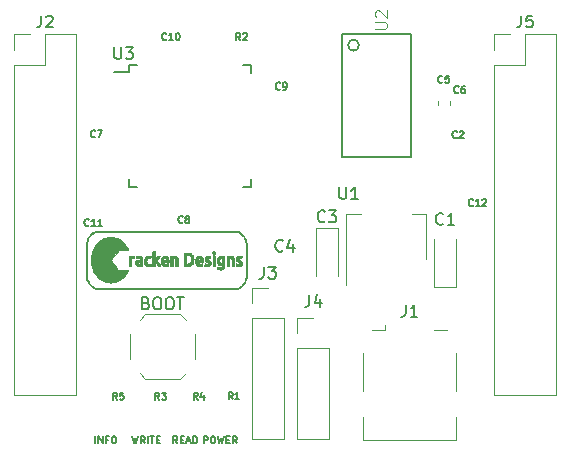
<source format=gbr>
G04 #@! TF.GenerationSoftware,KiCad,Pcbnew,(5.1.0)-1*
G04 #@! TF.CreationDate,2020-09-16T11:17:04+02:00*
G04 #@! TF.ProjectId,Nand Lite,4e616e64-204c-4697-9465-2e6b69636164,rev?*
G04 #@! TF.SameCoordinates,Original*
G04 #@! TF.FileFunction,Legend,Top*
G04 #@! TF.FilePolarity,Positive*
%FSLAX46Y46*%
G04 Gerber Fmt 4.6, Leading zero omitted, Abs format (unit mm)*
G04 Created by KiCad (PCBNEW (5.1.0)-1) date 2020-09-16 11:17:04*
%MOMM*%
%LPD*%
G04 APERTURE LIST*
%ADD10C,0.150000*%
%ADD11C,0.010000*%
%ADD12C,0.120000*%
%ADD13C,0.152400*%
%ADD14C,0.100000*%
%ADD15C,0.015000*%
G04 APERTURE END LIST*
D10*
X28828217Y-71452431D02*
X28971074Y-71500050D01*
X29018693Y-71547669D01*
X29066312Y-71642907D01*
X29066312Y-71785764D01*
X29018693Y-71881002D01*
X28971074Y-71928621D01*
X28875836Y-71976240D01*
X28494883Y-71976240D01*
X28494883Y-70976240D01*
X28828217Y-70976240D01*
X28923455Y-71023860D01*
X28971074Y-71071479D01*
X29018693Y-71166717D01*
X29018693Y-71261955D01*
X28971074Y-71357193D01*
X28923455Y-71404812D01*
X28828217Y-71452431D01*
X28494883Y-71452431D01*
X29685360Y-70976240D02*
X29875836Y-70976240D01*
X29971074Y-71023860D01*
X30066312Y-71119098D01*
X30113931Y-71309574D01*
X30113931Y-71642907D01*
X30066312Y-71833383D01*
X29971074Y-71928621D01*
X29875836Y-71976240D01*
X29685360Y-71976240D01*
X29590121Y-71928621D01*
X29494883Y-71833383D01*
X29447264Y-71642907D01*
X29447264Y-71309574D01*
X29494883Y-71119098D01*
X29590121Y-71023860D01*
X29685360Y-70976240D01*
X30732979Y-70976240D02*
X30923455Y-70976240D01*
X31018693Y-71023860D01*
X31113931Y-71119098D01*
X31161550Y-71309574D01*
X31161550Y-71642907D01*
X31113931Y-71833383D01*
X31018693Y-71928621D01*
X30923455Y-71976240D01*
X30732979Y-71976240D01*
X30637740Y-71928621D01*
X30542502Y-71833383D01*
X30494883Y-71642907D01*
X30494883Y-71309574D01*
X30542502Y-71119098D01*
X30637740Y-71023860D01*
X30732979Y-70976240D01*
X31447264Y-70976240D02*
X32018693Y-70976240D01*
X31732979Y-71976240D02*
X31732979Y-70976240D01*
X24511745Y-83324348D02*
X24511745Y-82724348D01*
X24797460Y-83324348D02*
X24797460Y-82724348D01*
X25140317Y-83324348D01*
X25140317Y-82724348D01*
X25626031Y-83010062D02*
X25426031Y-83010062D01*
X25426031Y-83324348D02*
X25426031Y-82724348D01*
X25711745Y-82724348D01*
X26054602Y-82724348D02*
X26168888Y-82724348D01*
X26226031Y-82752920D01*
X26283174Y-82810062D01*
X26311745Y-82924348D01*
X26311745Y-83124348D01*
X26283174Y-83238634D01*
X26226031Y-83295777D01*
X26168888Y-83324348D01*
X26054602Y-83324348D01*
X25997460Y-83295777D01*
X25940317Y-83238634D01*
X25911745Y-83124348D01*
X25911745Y-82924348D01*
X25940317Y-82810062D01*
X25997460Y-82752920D01*
X26054602Y-82724348D01*
X27639160Y-82724348D02*
X27782017Y-83324348D01*
X27896302Y-82895777D01*
X28010588Y-83324348D01*
X28153445Y-82724348D01*
X28724874Y-83324348D02*
X28524874Y-83038634D01*
X28382017Y-83324348D02*
X28382017Y-82724348D01*
X28610588Y-82724348D01*
X28667731Y-82752920D01*
X28696302Y-82781491D01*
X28724874Y-82838634D01*
X28724874Y-82924348D01*
X28696302Y-82981491D01*
X28667731Y-83010062D01*
X28610588Y-83038634D01*
X28382017Y-83038634D01*
X28982017Y-83324348D02*
X28982017Y-82724348D01*
X29182017Y-82724348D02*
X29524874Y-82724348D01*
X29353445Y-83324348D02*
X29353445Y-82724348D01*
X29724874Y-83010062D02*
X29924874Y-83010062D01*
X30010588Y-83324348D02*
X29724874Y-83324348D01*
X29724874Y-82724348D01*
X30010588Y-82724348D01*
X31485602Y-83324348D02*
X31285602Y-83038634D01*
X31142745Y-83324348D02*
X31142745Y-82724348D01*
X31371317Y-82724348D01*
X31428460Y-82752920D01*
X31457031Y-82781491D01*
X31485602Y-82838634D01*
X31485602Y-82924348D01*
X31457031Y-82981491D01*
X31428460Y-83010062D01*
X31371317Y-83038634D01*
X31142745Y-83038634D01*
X31742745Y-83010062D02*
X31942745Y-83010062D01*
X32028460Y-83324348D02*
X31742745Y-83324348D01*
X31742745Y-82724348D01*
X32028460Y-82724348D01*
X32257031Y-83152920D02*
X32542745Y-83152920D01*
X32199888Y-83324348D02*
X32399888Y-82724348D01*
X32599888Y-83324348D01*
X32799888Y-83324348D02*
X32799888Y-82724348D01*
X32942745Y-82724348D01*
X33028460Y-82752920D01*
X33085602Y-82810062D01*
X33114174Y-82867205D01*
X33142745Y-82981491D01*
X33142745Y-83067205D01*
X33114174Y-83181491D01*
X33085602Y-83238634D01*
X33028460Y-83295777D01*
X32942745Y-83324348D01*
X32799888Y-83324348D01*
X33714545Y-83324348D02*
X33714545Y-82724348D01*
X33943117Y-82724348D01*
X34000260Y-82752920D01*
X34028831Y-82781491D01*
X34057402Y-82838634D01*
X34057402Y-82924348D01*
X34028831Y-82981491D01*
X34000260Y-83010062D01*
X33943117Y-83038634D01*
X33714545Y-83038634D01*
X34428831Y-82724348D02*
X34543117Y-82724348D01*
X34600260Y-82752920D01*
X34657402Y-82810062D01*
X34685974Y-82924348D01*
X34685974Y-83124348D01*
X34657402Y-83238634D01*
X34600260Y-83295777D01*
X34543117Y-83324348D01*
X34428831Y-83324348D01*
X34371688Y-83295777D01*
X34314545Y-83238634D01*
X34285974Y-83124348D01*
X34285974Y-82924348D01*
X34314545Y-82810062D01*
X34371688Y-82752920D01*
X34428831Y-82724348D01*
X34885974Y-82724348D02*
X35028831Y-83324348D01*
X35143117Y-82895777D01*
X35257402Y-83324348D01*
X35400260Y-82724348D01*
X35628831Y-83010062D02*
X35828831Y-83010062D01*
X35914545Y-83324348D02*
X35628831Y-83324348D01*
X35628831Y-82724348D01*
X35914545Y-82724348D01*
X36514545Y-83324348D02*
X36314545Y-83038634D01*
X36171688Y-83324348D02*
X36171688Y-82724348D01*
X36400260Y-82724348D01*
X36457402Y-82752920D01*
X36485974Y-82781491D01*
X36514545Y-82838634D01*
X36514545Y-82924348D01*
X36485974Y-82981491D01*
X36457402Y-83010062D01*
X36400260Y-83038634D01*
X36171688Y-83038634D01*
D11*
G36*
X34614937Y-67084403D02*
G01*
X34629859Y-67094178D01*
X34654705Y-67123837D01*
X34670648Y-67165282D01*
X34676641Y-67212297D01*
X34671634Y-67258667D01*
X34662091Y-67285302D01*
X34634765Y-67322127D01*
X34598245Y-67344693D01*
X34556629Y-67351329D01*
X34520156Y-67343136D01*
X34482982Y-67321787D01*
X34458831Y-67292250D01*
X34445465Y-67255985D01*
X34440003Y-67204218D01*
X34448712Y-67157780D01*
X34469023Y-67118926D01*
X34498369Y-67089908D01*
X34534182Y-67072979D01*
X34573894Y-67070393D01*
X34614937Y-67084403D01*
X34614937Y-67084403D01*
G37*
X34614937Y-67084403D02*
X34629859Y-67094178D01*
X34654705Y-67123837D01*
X34670648Y-67165282D01*
X34676641Y-67212297D01*
X34671634Y-67258667D01*
X34662091Y-67285302D01*
X34634765Y-67322127D01*
X34598245Y-67344693D01*
X34556629Y-67351329D01*
X34520156Y-67343136D01*
X34482982Y-67321787D01*
X34458831Y-67292250D01*
X34445465Y-67255985D01*
X34440003Y-67204218D01*
X34448712Y-67157780D01*
X34469023Y-67118926D01*
X34498369Y-67089908D01*
X34534182Y-67072979D01*
X34573894Y-67070393D01*
X34614937Y-67084403D01*
G36*
X36125260Y-67478251D02*
G01*
X36167367Y-67507402D01*
X36199135Y-67541047D01*
X36225054Y-67584884D01*
X36243429Y-67628059D01*
X36248841Y-67642895D01*
X36253162Y-67657776D01*
X36256539Y-67675153D01*
X36259118Y-67697472D01*
X36261046Y-67727182D01*
X36262468Y-67766732D01*
X36263532Y-67818570D01*
X36264383Y-67885144D01*
X36265167Y-67968903D01*
X36265395Y-67995800D01*
X36268056Y-68313300D01*
X36072233Y-68313300D01*
X36072169Y-68102480D01*
X36071326Y-67989678D01*
X36068820Y-67896129D01*
X36064573Y-67820855D01*
X36058509Y-67762879D01*
X36050550Y-67721222D01*
X36040619Y-67694906D01*
X36039869Y-67693647D01*
X36013978Y-67667444D01*
X35976641Y-67650901D01*
X35931885Y-67645416D01*
X35906740Y-67647439D01*
X35860567Y-67654362D01*
X35860567Y-68313300D01*
X35657177Y-68313300D01*
X35659389Y-67899309D01*
X35661600Y-67485319D01*
X35729333Y-67466496D01*
X35769374Y-67457475D01*
X35815871Y-67451302D01*
X35872451Y-67447615D01*
X35932685Y-67446146D01*
X36068303Y-67444620D01*
X36125260Y-67478251D01*
X36125260Y-67478251D01*
G37*
X36125260Y-67478251D02*
X36167367Y-67507402D01*
X36199135Y-67541047D01*
X36225054Y-67584884D01*
X36243429Y-67628059D01*
X36248841Y-67642895D01*
X36253162Y-67657776D01*
X36256539Y-67675153D01*
X36259118Y-67697472D01*
X36261046Y-67727182D01*
X36262468Y-67766732D01*
X36263532Y-67818570D01*
X36264383Y-67885144D01*
X36265167Y-67968903D01*
X36265395Y-67995800D01*
X36268056Y-68313300D01*
X36072233Y-68313300D01*
X36072169Y-68102480D01*
X36071326Y-67989678D01*
X36068820Y-67896129D01*
X36064573Y-67820855D01*
X36058509Y-67762879D01*
X36050550Y-67721222D01*
X36040619Y-67694906D01*
X36039869Y-67693647D01*
X36013978Y-67667444D01*
X35976641Y-67650901D01*
X35931885Y-67645416D01*
X35906740Y-67647439D01*
X35860567Y-67654362D01*
X35860567Y-68313300D01*
X35657177Y-68313300D01*
X35659389Y-67899309D01*
X35661600Y-67485319D01*
X35729333Y-67466496D01*
X35769374Y-67457475D01*
X35815871Y-67451302D01*
X35872451Y-67447615D01*
X35932685Y-67446146D01*
X36068303Y-67444620D01*
X36125260Y-67478251D01*
G36*
X34658300Y-68313300D02*
G01*
X34455100Y-68313300D01*
X34455100Y-67459860D01*
X34658300Y-67459860D01*
X34658300Y-68313300D01*
X34658300Y-68313300D01*
G37*
X34658300Y-68313300D02*
X34455100Y-68313300D01*
X34455100Y-67459860D01*
X34658300Y-67459860D01*
X34658300Y-68313300D01*
G36*
X31359025Y-67478554D02*
G01*
X31399405Y-67506119D01*
X31428835Y-67536035D01*
X31445063Y-67559706D01*
X31460027Y-67585895D01*
X31472151Y-67611590D01*
X31481775Y-67639311D01*
X31489238Y-67671580D01*
X31494879Y-67710918D01*
X31499036Y-67759848D01*
X31502049Y-67820890D01*
X31504256Y-67896566D01*
X31505996Y-67989397D01*
X31506406Y-68016120D01*
X31510830Y-68313300D01*
X31305500Y-68313300D01*
X31305500Y-68070846D01*
X31305061Y-67974085D01*
X31303617Y-67895421D01*
X31300979Y-67832654D01*
X31296955Y-67783584D01*
X31291357Y-67746011D01*
X31283994Y-67717737D01*
X31274676Y-67696561D01*
X31272903Y-67693540D01*
X31245580Y-67665302D01*
X31206804Y-67648865D01*
X31159480Y-67645264D01*
X31142275Y-67647099D01*
X31093834Y-67654362D01*
X31093834Y-68313300D01*
X30890444Y-68313300D01*
X30892655Y-67899309D01*
X30894867Y-67485319D01*
X30962600Y-67466677D01*
X31004264Y-67457510D01*
X31053494Y-67451257D01*
X31113701Y-67447578D01*
X31165937Y-67446328D01*
X31301541Y-67444620D01*
X31359025Y-67478554D01*
X31359025Y-67478554D01*
G37*
X31359025Y-67478554D02*
X31399405Y-67506119D01*
X31428835Y-67536035D01*
X31445063Y-67559706D01*
X31460027Y-67585895D01*
X31472151Y-67611590D01*
X31481775Y-67639311D01*
X31489238Y-67671580D01*
X31494879Y-67710918D01*
X31499036Y-67759848D01*
X31502049Y-67820890D01*
X31504256Y-67896566D01*
X31505996Y-67989397D01*
X31506406Y-68016120D01*
X31510830Y-68313300D01*
X31305500Y-68313300D01*
X31305500Y-68070846D01*
X31305061Y-67974085D01*
X31303617Y-67895421D01*
X31300979Y-67832654D01*
X31296955Y-67783584D01*
X31291357Y-67746011D01*
X31283994Y-67717737D01*
X31274676Y-67696561D01*
X31272903Y-67693540D01*
X31245580Y-67665302D01*
X31206804Y-67648865D01*
X31159480Y-67645264D01*
X31142275Y-67647099D01*
X31093834Y-67654362D01*
X31093834Y-68313300D01*
X30890444Y-68313300D01*
X30892655Y-67899309D01*
X30894867Y-67485319D01*
X30962600Y-67466677D01*
X31004264Y-67457510D01*
X31053494Y-67451257D01*
X31113701Y-67447578D01*
X31165937Y-67446328D01*
X31301541Y-67444620D01*
X31359025Y-67478554D01*
G36*
X29553734Y-67058122D02*
G01*
X29556121Y-67071685D01*
X29557993Y-67096405D01*
X29559399Y-67133907D01*
X29560389Y-67185816D01*
X29561012Y-67253756D01*
X29561316Y-67339352D01*
X29561367Y-67403980D01*
X29561567Y-67486081D01*
X29562137Y-67561352D01*
X29563028Y-67627476D01*
X29564194Y-67682137D01*
X29565587Y-67723019D01*
X29567159Y-67747807D01*
X29568556Y-67754500D01*
X29575879Y-67747272D01*
X29592049Y-67727540D01*
X29614896Y-67698229D01*
X29642251Y-67662266D01*
X29671943Y-67622578D01*
X29701802Y-67582089D01*
X29729658Y-67543727D01*
X29753342Y-67510418D01*
X29770682Y-67485087D01*
X29779510Y-67470662D01*
X29780089Y-67469258D01*
X29789099Y-67465926D01*
X29811973Y-67463113D01*
X29845643Y-67461050D01*
X29887041Y-67459967D01*
X29905600Y-67459860D01*
X30028289Y-67459860D01*
X29939359Y-67579240D01*
X29903330Y-67626999D01*
X29865930Y-67675538D01*
X29830954Y-67720001D01*
X29802193Y-67755529D01*
X29795226Y-67763857D01*
X29740023Y-67829094D01*
X29786802Y-67889726D01*
X29835916Y-67957167D01*
X29887185Y-68034136D01*
X29936286Y-68113784D01*
X29978895Y-68189262D01*
X29992864Y-68216178D01*
X30011078Y-68252963D01*
X30025412Y-68283048D01*
X30033952Y-68302359D01*
X30035500Y-68307090D01*
X30027550Y-68309369D01*
X30005765Y-68311271D01*
X29973243Y-68312629D01*
X29933082Y-68313271D01*
X29922142Y-68313300D01*
X29808784Y-68313300D01*
X29745268Y-68199000D01*
X29717686Y-68151409D01*
X29687648Y-68102987D01*
X29657140Y-68056573D01*
X29628150Y-68015001D01*
X29602666Y-67981110D01*
X29582676Y-67957736D01*
X29570166Y-67947715D01*
X29569083Y-67947540D01*
X29566535Y-67957208D01*
X29564365Y-67984252D01*
X29562700Y-68025728D01*
X29561662Y-68078696D01*
X29561367Y-68130420D01*
X29561367Y-68313300D01*
X29366501Y-68313300D01*
X29370867Y-67089564D01*
X29455533Y-67072143D01*
X29492285Y-67064727D01*
X29523257Y-67058746D01*
X29544335Y-67054981D01*
X29550783Y-67054091D01*
X29553734Y-67058122D01*
X29553734Y-67058122D01*
G37*
X29553734Y-67058122D02*
X29556121Y-67071685D01*
X29557993Y-67096405D01*
X29559399Y-67133907D01*
X29560389Y-67185816D01*
X29561012Y-67253756D01*
X29561316Y-67339352D01*
X29561367Y-67403980D01*
X29561567Y-67486081D01*
X29562137Y-67561352D01*
X29563028Y-67627476D01*
X29564194Y-67682137D01*
X29565587Y-67723019D01*
X29567159Y-67747807D01*
X29568556Y-67754500D01*
X29575879Y-67747272D01*
X29592049Y-67727540D01*
X29614896Y-67698229D01*
X29642251Y-67662266D01*
X29671943Y-67622578D01*
X29701802Y-67582089D01*
X29729658Y-67543727D01*
X29753342Y-67510418D01*
X29770682Y-67485087D01*
X29779510Y-67470662D01*
X29780089Y-67469258D01*
X29789099Y-67465926D01*
X29811973Y-67463113D01*
X29845643Y-67461050D01*
X29887041Y-67459967D01*
X29905600Y-67459860D01*
X30028289Y-67459860D01*
X29939359Y-67579240D01*
X29903330Y-67626999D01*
X29865930Y-67675538D01*
X29830954Y-67720001D01*
X29802193Y-67755529D01*
X29795226Y-67763857D01*
X29740023Y-67829094D01*
X29786802Y-67889726D01*
X29835916Y-67957167D01*
X29887185Y-68034136D01*
X29936286Y-68113784D01*
X29978895Y-68189262D01*
X29992864Y-68216178D01*
X30011078Y-68252963D01*
X30025412Y-68283048D01*
X30033952Y-68302359D01*
X30035500Y-68307090D01*
X30027550Y-68309369D01*
X30005765Y-68311271D01*
X29973243Y-68312629D01*
X29933082Y-68313271D01*
X29922142Y-68313300D01*
X29808784Y-68313300D01*
X29745268Y-68199000D01*
X29717686Y-68151409D01*
X29687648Y-68102987D01*
X29657140Y-68056573D01*
X29628150Y-68015001D01*
X29602666Y-67981110D01*
X29582676Y-67957736D01*
X29570166Y-67947715D01*
X29569083Y-67947540D01*
X29566535Y-67957208D01*
X29564365Y-67984252D01*
X29562700Y-68025728D01*
X29561662Y-68078696D01*
X29561367Y-68130420D01*
X29561367Y-68313300D01*
X29366501Y-68313300D01*
X29370867Y-67089564D01*
X29455533Y-67072143D01*
X29492285Y-67064727D01*
X29523257Y-67058746D01*
X29544335Y-67054981D01*
X29550783Y-67054091D01*
X29553734Y-67058122D01*
G36*
X27754757Y-67448964D02*
G01*
X27803629Y-67460646D01*
X27827198Y-67469131D01*
X27837710Y-67478020D01*
X27838838Y-67490853D01*
X27838289Y-67494060D01*
X27834583Y-67514417D01*
X27828716Y-67547818D01*
X27821891Y-67587395D01*
X27821213Y-67591367D01*
X27814798Y-67627761D01*
X27809555Y-67655305D01*
X27806457Y-67668938D01*
X27806192Y-67669536D01*
X27797482Y-67668974D01*
X27777849Y-67664639D01*
X27766204Y-67661552D01*
X27740501Y-67656645D01*
X27707044Y-67653245D01*
X27670579Y-67651456D01*
X27635849Y-67651381D01*
X27607599Y-67653123D01*
X27590573Y-67656787D01*
X27589029Y-67657686D01*
X27586174Y-67670139D01*
X27583868Y-67702767D01*
X27582114Y-67755435D01*
X27580917Y-67828011D01*
X27580279Y-67920360D01*
X27580167Y-67988779D01*
X27580167Y-68313300D01*
X27376967Y-68313300D01*
X27376967Y-67502726D01*
X27446817Y-67480108D01*
X27557268Y-67451979D01*
X27659976Y-67441594D01*
X27754757Y-67448964D01*
X27754757Y-67448964D01*
G37*
X27754757Y-67448964D02*
X27803629Y-67460646D01*
X27827198Y-67469131D01*
X27837710Y-67478020D01*
X27838838Y-67490853D01*
X27838289Y-67494060D01*
X27834583Y-67514417D01*
X27828716Y-67547818D01*
X27821891Y-67587395D01*
X27821213Y-67591367D01*
X27814798Y-67627761D01*
X27809555Y-67655305D01*
X27806457Y-67668938D01*
X27806192Y-67669536D01*
X27797482Y-67668974D01*
X27777849Y-67664639D01*
X27766204Y-67661552D01*
X27740501Y-67656645D01*
X27707044Y-67653245D01*
X27670579Y-67651456D01*
X27635849Y-67651381D01*
X27607599Y-67653123D01*
X27590573Y-67656787D01*
X27589029Y-67657686D01*
X27586174Y-67670139D01*
X27583868Y-67702767D01*
X27582114Y-67755435D01*
X27580917Y-67828011D01*
X27580279Y-67920360D01*
X27580167Y-67988779D01*
X27580167Y-68313300D01*
X27376967Y-68313300D01*
X27376967Y-67502726D01*
X27446817Y-67480108D01*
X27557268Y-67451979D01*
X27659976Y-67441594D01*
X27754757Y-67448964D01*
G36*
X32390985Y-67182246D02*
G01*
X32429106Y-67184065D01*
X32459423Y-67187209D01*
X32484974Y-67191908D01*
X32508799Y-67198395D01*
X32512000Y-67199404D01*
X32598341Y-67235801D01*
X32672007Y-67285638D01*
X32732883Y-67348727D01*
X32780852Y-67424878D01*
X32815797Y-67513901D01*
X32837604Y-67615607D01*
X32846155Y-67729807D01*
X32846286Y-67745014D01*
X32843119Y-67835640D01*
X32832554Y-67914025D01*
X32813496Y-67986785D01*
X32800200Y-68023740D01*
X32759760Y-68107003D01*
X32708486Y-68176121D01*
X32645268Y-68232224D01*
X32568992Y-68276439D01*
X32538064Y-68289687D01*
X32512572Y-68299274D01*
X32489554Y-68306361D01*
X32465651Y-68311382D01*
X32437509Y-68314769D01*
X32401770Y-68316953D01*
X32355077Y-68318367D01*
X32308800Y-68319215D01*
X32253230Y-68319485D01*
X32198807Y-68318650D01*
X32149635Y-68316852D01*
X32109816Y-68314233D01*
X32086478Y-68311483D01*
X32025022Y-68301194D01*
X32025772Y-68112720D01*
X32236614Y-68112720D01*
X32327741Y-68107711D01*
X32384776Y-68102654D01*
X32429394Y-68094031D01*
X32465959Y-68080992D01*
X32466643Y-68080678D01*
X32514948Y-68048711D01*
X32558372Y-68001825D01*
X32592471Y-67945416D01*
X32605833Y-67911693D01*
X32613474Y-67882851D01*
X32618400Y-67849930D01*
X32621088Y-67807843D01*
X32622017Y-67751503D01*
X32622034Y-67739260D01*
X32621615Y-67684561D01*
X32619990Y-67644909D01*
X32616552Y-67615046D01*
X32610696Y-67589712D01*
X32601815Y-67563646D01*
X32601804Y-67563617D01*
X32570639Y-67503992D01*
X32527456Y-67454716D01*
X32476198Y-67419932D01*
X32457705Y-67412169D01*
X32418477Y-67402441D01*
X32368045Y-67396340D01*
X32325734Y-67394586D01*
X32241067Y-67393820D01*
X32238841Y-67753270D01*
X32236614Y-68112720D01*
X32025772Y-68112720D01*
X32029400Y-67201340D01*
X32067500Y-67192093D01*
X32087671Y-67189191D01*
X32121484Y-67186539D01*
X32165648Y-67184300D01*
X32216873Y-67182637D01*
X32271867Y-67181711D01*
X32279167Y-67181653D01*
X32342019Y-67181519D01*
X32390985Y-67182246D01*
X32390985Y-67182246D01*
G37*
X32390985Y-67182246D02*
X32429106Y-67184065D01*
X32459423Y-67187209D01*
X32484974Y-67191908D01*
X32508799Y-67198395D01*
X32512000Y-67199404D01*
X32598341Y-67235801D01*
X32672007Y-67285638D01*
X32732883Y-67348727D01*
X32780852Y-67424878D01*
X32815797Y-67513901D01*
X32837604Y-67615607D01*
X32846155Y-67729807D01*
X32846286Y-67745014D01*
X32843119Y-67835640D01*
X32832554Y-67914025D01*
X32813496Y-67986785D01*
X32800200Y-68023740D01*
X32759760Y-68107003D01*
X32708486Y-68176121D01*
X32645268Y-68232224D01*
X32568992Y-68276439D01*
X32538064Y-68289687D01*
X32512572Y-68299274D01*
X32489554Y-68306361D01*
X32465651Y-68311382D01*
X32437509Y-68314769D01*
X32401770Y-68316953D01*
X32355077Y-68318367D01*
X32308800Y-68319215D01*
X32253230Y-68319485D01*
X32198807Y-68318650D01*
X32149635Y-68316852D01*
X32109816Y-68314233D01*
X32086478Y-68311483D01*
X32025022Y-68301194D01*
X32025772Y-68112720D01*
X32236614Y-68112720D01*
X32327741Y-68107711D01*
X32384776Y-68102654D01*
X32429394Y-68094031D01*
X32465959Y-68080992D01*
X32466643Y-68080678D01*
X32514948Y-68048711D01*
X32558372Y-68001825D01*
X32592471Y-67945416D01*
X32605833Y-67911693D01*
X32613474Y-67882851D01*
X32618400Y-67849930D01*
X32621088Y-67807843D01*
X32622017Y-67751503D01*
X32622034Y-67739260D01*
X32621615Y-67684561D01*
X32619990Y-67644909D01*
X32616552Y-67615046D01*
X32610696Y-67589712D01*
X32601815Y-67563646D01*
X32601804Y-67563617D01*
X32570639Y-67503992D01*
X32527456Y-67454716D01*
X32476198Y-67419932D01*
X32457705Y-67412169D01*
X32418477Y-67402441D01*
X32368045Y-67396340D01*
X32325734Y-67394586D01*
X32241067Y-67393820D01*
X32238841Y-67753270D01*
X32236614Y-68112720D01*
X32025772Y-68112720D01*
X32029400Y-67201340D01*
X32067500Y-67192093D01*
X32087671Y-67189191D01*
X32121484Y-67186539D01*
X32165648Y-67184300D01*
X32216873Y-67182637D01*
X32271867Y-67181711D01*
X32279167Y-67181653D01*
X32342019Y-67181519D01*
X32390985Y-67182246D01*
G36*
X36774978Y-67442274D02*
G01*
X36834582Y-67450984D01*
X36847516Y-67453956D01*
X36879591Y-67462678D01*
X36905134Y-67471040D01*
X36919659Y-67477532D01*
X36921051Y-67478696D01*
X36921838Y-67490865D01*
X36919371Y-67517042D01*
X36914582Y-67551547D01*
X36908405Y-67588700D01*
X36901774Y-67622820D01*
X36895622Y-67648226D01*
X36891467Y-67658725D01*
X36881828Y-67659011D01*
X36860489Y-67655104D01*
X36833341Y-67648194D01*
X36787201Y-67638280D01*
X36740860Y-67633728D01*
X36699096Y-67634607D01*
X36666685Y-67640985D01*
X36656433Y-67645661D01*
X36638631Y-67666338D01*
X36632029Y-67695143D01*
X36637530Y-67724087D01*
X36646065Y-67737194D01*
X36660338Y-67748096D01*
X36686307Y-67763885D01*
X36719856Y-67782167D01*
X36745959Y-67795317D01*
X36813303Y-67831124D01*
X36865554Y-67866409D01*
X36904426Y-67903155D01*
X36931631Y-67943347D01*
X36948881Y-67988968D01*
X36957766Y-68040737D01*
X36957667Y-68113205D01*
X36942683Y-68177307D01*
X36913180Y-68231771D01*
X36897227Y-68250752D01*
X36868240Y-68276930D01*
X36836137Y-68299477D01*
X36818947Y-68308544D01*
X36787439Y-68317689D01*
X36743729Y-68324499D01*
X36692449Y-68328815D01*
X36638233Y-68330479D01*
X36585714Y-68329333D01*
X36539526Y-68325219D01*
X36508267Y-68319149D01*
X36465770Y-68306559D01*
X36437586Y-68295826D01*
X36421331Y-68285438D01*
X36414618Y-68273888D01*
X36414972Y-68260122D01*
X36418920Y-68238529D01*
X36424879Y-68204586D01*
X36431166Y-68167947D01*
X36437477Y-68132944D01*
X36442905Y-68106701D01*
X36446312Y-68094710D01*
X36446387Y-68094608D01*
X36455611Y-68095225D01*
X36476445Y-68100861D01*
X36504385Y-68110298D01*
X36504471Y-68110330D01*
X36542436Y-68121671D01*
X36586918Y-68131373D01*
X36623327Y-68136733D01*
X36678716Y-68138443D01*
X36719180Y-68130823D01*
X36744856Y-68113828D01*
X36755051Y-68092498D01*
X36757227Y-68073539D01*
X36753907Y-68056894D01*
X36743281Y-68040924D01*
X36723541Y-68023984D01*
X36692878Y-68004435D01*
X36649482Y-67980635D01*
X36608537Y-67959538D01*
X36550048Y-67926636D01*
X36506042Y-67893600D01*
X36474216Y-67857631D01*
X36452265Y-67815932D01*
X36437885Y-67765703D01*
X36434672Y-67748372D01*
X36430738Y-67677301D01*
X36442510Y-67611102D01*
X36468873Y-67552328D01*
X36508710Y-67503531D01*
X36556631Y-67469469D01*
X36598669Y-67453874D01*
X36652252Y-67443973D01*
X36712612Y-67440022D01*
X36774978Y-67442274D01*
X36774978Y-67442274D01*
G37*
X36774978Y-67442274D02*
X36834582Y-67450984D01*
X36847516Y-67453956D01*
X36879591Y-67462678D01*
X36905134Y-67471040D01*
X36919659Y-67477532D01*
X36921051Y-67478696D01*
X36921838Y-67490865D01*
X36919371Y-67517042D01*
X36914582Y-67551547D01*
X36908405Y-67588700D01*
X36901774Y-67622820D01*
X36895622Y-67648226D01*
X36891467Y-67658725D01*
X36881828Y-67659011D01*
X36860489Y-67655104D01*
X36833341Y-67648194D01*
X36787201Y-67638280D01*
X36740860Y-67633728D01*
X36699096Y-67634607D01*
X36666685Y-67640985D01*
X36656433Y-67645661D01*
X36638631Y-67666338D01*
X36632029Y-67695143D01*
X36637530Y-67724087D01*
X36646065Y-67737194D01*
X36660338Y-67748096D01*
X36686307Y-67763885D01*
X36719856Y-67782167D01*
X36745959Y-67795317D01*
X36813303Y-67831124D01*
X36865554Y-67866409D01*
X36904426Y-67903155D01*
X36931631Y-67943347D01*
X36948881Y-67988968D01*
X36957766Y-68040737D01*
X36957667Y-68113205D01*
X36942683Y-68177307D01*
X36913180Y-68231771D01*
X36897227Y-68250752D01*
X36868240Y-68276930D01*
X36836137Y-68299477D01*
X36818947Y-68308544D01*
X36787439Y-68317689D01*
X36743729Y-68324499D01*
X36692449Y-68328815D01*
X36638233Y-68330479D01*
X36585714Y-68329333D01*
X36539526Y-68325219D01*
X36508267Y-68319149D01*
X36465770Y-68306559D01*
X36437586Y-68295826D01*
X36421331Y-68285438D01*
X36414618Y-68273888D01*
X36414972Y-68260122D01*
X36418920Y-68238529D01*
X36424879Y-68204586D01*
X36431166Y-68167947D01*
X36437477Y-68132944D01*
X36442905Y-68106701D01*
X36446312Y-68094710D01*
X36446387Y-68094608D01*
X36455611Y-68095225D01*
X36476445Y-68100861D01*
X36504385Y-68110298D01*
X36504471Y-68110330D01*
X36542436Y-68121671D01*
X36586918Y-68131373D01*
X36623327Y-68136733D01*
X36678716Y-68138443D01*
X36719180Y-68130823D01*
X36744856Y-68113828D01*
X36755051Y-68092498D01*
X36757227Y-68073539D01*
X36753907Y-68056894D01*
X36743281Y-68040924D01*
X36723541Y-68023984D01*
X36692878Y-68004435D01*
X36649482Y-67980635D01*
X36608537Y-67959538D01*
X36550048Y-67926636D01*
X36506042Y-67893600D01*
X36474216Y-67857631D01*
X36452265Y-67815932D01*
X36437885Y-67765703D01*
X36434672Y-67748372D01*
X36430738Y-67677301D01*
X36442510Y-67611102D01*
X36468873Y-67552328D01*
X36508710Y-67503531D01*
X36556631Y-67469469D01*
X36598669Y-67453874D01*
X36652252Y-67443973D01*
X36712612Y-67440022D01*
X36774978Y-67442274D01*
G36*
X34119046Y-67441819D02*
G01*
X34177506Y-67449565D01*
X34197449Y-67453956D01*
X34229404Y-67462572D01*
X34254717Y-67470673D01*
X34268960Y-67476805D01*
X34270294Y-67477886D01*
X34270904Y-67489784D01*
X34268397Y-67515771D01*
X34263682Y-67550195D01*
X34257667Y-67587407D01*
X34251259Y-67621757D01*
X34245366Y-67647594D01*
X34241200Y-67658967D01*
X34231668Y-67659130D01*
X34210411Y-67655139D01*
X34183274Y-67648194D01*
X34137132Y-67638280D01*
X34090791Y-67633728D01*
X34049027Y-67634608D01*
X34016618Y-67640987D01*
X34006367Y-67645665D01*
X33988459Y-67666454D01*
X33982016Y-67695490D01*
X33988144Y-67724944D01*
X33993829Y-67734394D01*
X34007619Y-67746166D01*
X34033017Y-67762351D01*
X34065737Y-67780343D01*
X34085480Y-67790149D01*
X34153050Y-67825067D01*
X34205706Y-67858844D01*
X34245280Y-67893370D01*
X34273602Y-67930531D01*
X34292503Y-67972216D01*
X34302817Y-68014253D01*
X34308567Y-68089196D01*
X34298839Y-68156170D01*
X34273997Y-68214388D01*
X34234404Y-68263064D01*
X34180420Y-68301413D01*
X34167234Y-68308107D01*
X34137334Y-68317578D01*
X34095089Y-68324650D01*
X34044986Y-68329163D01*
X33991510Y-68330959D01*
X33939146Y-68329875D01*
X33892381Y-68325752D01*
X33858200Y-68319149D01*
X33815230Y-68306390D01*
X33786636Y-68295451D01*
X33770082Y-68284867D01*
X33763235Y-68273173D01*
X33763572Y-68259807D01*
X33767582Y-68237711D01*
X33773304Y-68203966D01*
X33778019Y-68175068D01*
X33785094Y-68133393D01*
X33792144Y-68108745D01*
X33802486Y-68098230D01*
X33819437Y-68098954D01*
X33846313Y-68108025D01*
X33852311Y-68110265D01*
X33906325Y-68126800D01*
X33958765Y-68136238D01*
X34006989Y-68138737D01*
X34048355Y-68134458D01*
X34080222Y-68123560D01*
X34099946Y-68106203D01*
X34104457Y-68095016D01*
X34107173Y-68078709D01*
X34106641Y-68064823D01*
X34101144Y-68051880D01*
X34088967Y-68038399D01*
X34068393Y-68022902D01*
X34037705Y-68003911D01*
X33995186Y-67979945D01*
X33939120Y-67949525D01*
X33929760Y-67944489D01*
X33871458Y-67906394D01*
X33828616Y-67862684D01*
X33800154Y-67812095D01*
X33790384Y-67781474D01*
X33779490Y-67706740D01*
X33784542Y-67637665D01*
X33804941Y-67575825D01*
X33840090Y-67522796D01*
X33889393Y-67480154D01*
X33909000Y-67468450D01*
X33948595Y-67453620D01*
X33999917Y-67444081D01*
X34058292Y-67440069D01*
X34119046Y-67441819D01*
X34119046Y-67441819D01*
G37*
X34119046Y-67441819D02*
X34177506Y-67449565D01*
X34197449Y-67453956D01*
X34229404Y-67462572D01*
X34254717Y-67470673D01*
X34268960Y-67476805D01*
X34270294Y-67477886D01*
X34270904Y-67489784D01*
X34268397Y-67515771D01*
X34263682Y-67550195D01*
X34257667Y-67587407D01*
X34251259Y-67621757D01*
X34245366Y-67647594D01*
X34241200Y-67658967D01*
X34231668Y-67659130D01*
X34210411Y-67655139D01*
X34183274Y-67648194D01*
X34137132Y-67638280D01*
X34090791Y-67633728D01*
X34049027Y-67634608D01*
X34016618Y-67640987D01*
X34006367Y-67645665D01*
X33988459Y-67666454D01*
X33982016Y-67695490D01*
X33988144Y-67724944D01*
X33993829Y-67734394D01*
X34007619Y-67746166D01*
X34033017Y-67762351D01*
X34065737Y-67780343D01*
X34085480Y-67790149D01*
X34153050Y-67825067D01*
X34205706Y-67858844D01*
X34245280Y-67893370D01*
X34273602Y-67930531D01*
X34292503Y-67972216D01*
X34302817Y-68014253D01*
X34308567Y-68089196D01*
X34298839Y-68156170D01*
X34273997Y-68214388D01*
X34234404Y-68263064D01*
X34180420Y-68301413D01*
X34167234Y-68308107D01*
X34137334Y-68317578D01*
X34095089Y-68324650D01*
X34044986Y-68329163D01*
X33991510Y-68330959D01*
X33939146Y-68329875D01*
X33892381Y-68325752D01*
X33858200Y-68319149D01*
X33815230Y-68306390D01*
X33786636Y-68295451D01*
X33770082Y-68284867D01*
X33763235Y-68273173D01*
X33763572Y-68259807D01*
X33767582Y-68237711D01*
X33773304Y-68203966D01*
X33778019Y-68175068D01*
X33785094Y-68133393D01*
X33792144Y-68108745D01*
X33802486Y-68098230D01*
X33819437Y-68098954D01*
X33846313Y-68108025D01*
X33852311Y-68110265D01*
X33906325Y-68126800D01*
X33958765Y-68136238D01*
X34006989Y-68138737D01*
X34048355Y-68134458D01*
X34080222Y-68123560D01*
X34099946Y-68106203D01*
X34104457Y-68095016D01*
X34107173Y-68078709D01*
X34106641Y-68064823D01*
X34101144Y-68051880D01*
X34088967Y-68038399D01*
X34068393Y-68022902D01*
X34037705Y-68003911D01*
X33995186Y-67979945D01*
X33939120Y-67949525D01*
X33929760Y-67944489D01*
X33871458Y-67906394D01*
X33828616Y-67862684D01*
X33800154Y-67812095D01*
X33790384Y-67781474D01*
X33779490Y-67706740D01*
X33784542Y-67637665D01*
X33804941Y-67575825D01*
X33840090Y-67522796D01*
X33889393Y-67480154D01*
X33909000Y-67468450D01*
X33948595Y-67453620D01*
X33999917Y-67444081D01*
X34058292Y-67440069D01*
X34119046Y-67441819D01*
G36*
X33384307Y-67445332D02*
G01*
X33453780Y-67466053D01*
X33513411Y-67503301D01*
X33563180Y-67557059D01*
X33603065Y-67627312D01*
X33620259Y-67671434D01*
X33628720Y-67704047D01*
X33634736Y-67746651D01*
X33638775Y-67803242D01*
X33640375Y-67843400D01*
X33644344Y-67967860D01*
X33414722Y-67967860D01*
X33335879Y-67968230D01*
X33273767Y-67969349D01*
X33228194Y-67971224D01*
X33198969Y-67973864D01*
X33185901Y-67977278D01*
X33185100Y-67978524D01*
X33190455Y-68000839D01*
X33203899Y-68029618D01*
X33221505Y-68057014D01*
X33228746Y-68065731D01*
X33273394Y-68101499D01*
X33328117Y-68122062D01*
X33393363Y-68127506D01*
X33469583Y-68117922D01*
X33481434Y-68115322D01*
X33515622Y-68107554D01*
X33544235Y-68101232D01*
X33562578Y-68097386D01*
X33565723Y-68096812D01*
X33572966Y-68101560D01*
X33579523Y-68120031D01*
X33586157Y-68154844D01*
X33589743Y-68179207D01*
X33594656Y-68219533D01*
X33597471Y-68252872D01*
X33597756Y-68273618D01*
X33597248Y-68276667D01*
X33584892Y-68289928D01*
X33558657Y-68301941D01*
X33521580Y-68312360D01*
X33476699Y-68320838D01*
X33427051Y-68327030D01*
X33375673Y-68330591D01*
X33325602Y-68331176D01*
X33279877Y-68328438D01*
X33241534Y-68322033D01*
X33229382Y-68318515D01*
X33156087Y-68284859D01*
X33095429Y-68237703D01*
X33047469Y-68177153D01*
X33012271Y-68103317D01*
X32989897Y-68016303D01*
X32980407Y-67916217D01*
X32980065Y-67886387D01*
X32986493Y-67795140D01*
X33184778Y-67795140D01*
X33449782Y-67795140D01*
X33445085Y-67760400D01*
X33430616Y-67709224D01*
X33403663Y-67670965D01*
X33365721Y-67647074D01*
X33319904Y-67638999D01*
X33273611Y-67647940D01*
X33235302Y-67674067D01*
X33206680Y-67715697D01*
X33190183Y-67767200D01*
X33184778Y-67795140D01*
X32986493Y-67795140D01*
X32987333Y-67783221D01*
X33007960Y-67692085D01*
X33041786Y-67613313D01*
X33088651Y-67547239D01*
X33148393Y-67494199D01*
X33176634Y-67476263D01*
X33209553Y-67459190D01*
X33239498Y-67448876D01*
X33273788Y-67443318D01*
X33305014Y-67441151D01*
X33384307Y-67445332D01*
X33384307Y-67445332D01*
G37*
X33384307Y-67445332D02*
X33453780Y-67466053D01*
X33513411Y-67503301D01*
X33563180Y-67557059D01*
X33603065Y-67627312D01*
X33620259Y-67671434D01*
X33628720Y-67704047D01*
X33634736Y-67746651D01*
X33638775Y-67803242D01*
X33640375Y-67843400D01*
X33644344Y-67967860D01*
X33414722Y-67967860D01*
X33335879Y-67968230D01*
X33273767Y-67969349D01*
X33228194Y-67971224D01*
X33198969Y-67973864D01*
X33185901Y-67977278D01*
X33185100Y-67978524D01*
X33190455Y-68000839D01*
X33203899Y-68029618D01*
X33221505Y-68057014D01*
X33228746Y-68065731D01*
X33273394Y-68101499D01*
X33328117Y-68122062D01*
X33393363Y-68127506D01*
X33469583Y-68117922D01*
X33481434Y-68115322D01*
X33515622Y-68107554D01*
X33544235Y-68101232D01*
X33562578Y-68097386D01*
X33565723Y-68096812D01*
X33572966Y-68101560D01*
X33579523Y-68120031D01*
X33586157Y-68154844D01*
X33589743Y-68179207D01*
X33594656Y-68219533D01*
X33597471Y-68252872D01*
X33597756Y-68273618D01*
X33597248Y-68276667D01*
X33584892Y-68289928D01*
X33558657Y-68301941D01*
X33521580Y-68312360D01*
X33476699Y-68320838D01*
X33427051Y-68327030D01*
X33375673Y-68330591D01*
X33325602Y-68331176D01*
X33279877Y-68328438D01*
X33241534Y-68322033D01*
X33229382Y-68318515D01*
X33156087Y-68284859D01*
X33095429Y-68237703D01*
X33047469Y-68177153D01*
X33012271Y-68103317D01*
X32989897Y-68016303D01*
X32980407Y-67916217D01*
X32980065Y-67886387D01*
X32986493Y-67795140D01*
X33184778Y-67795140D01*
X33449782Y-67795140D01*
X33445085Y-67760400D01*
X33430616Y-67709224D01*
X33403663Y-67670965D01*
X33365721Y-67647074D01*
X33319904Y-67638999D01*
X33273611Y-67647940D01*
X33235302Y-67674067D01*
X33206680Y-67715697D01*
X33190183Y-67767200D01*
X33184778Y-67795140D01*
X32986493Y-67795140D01*
X32987333Y-67783221D01*
X33007960Y-67692085D01*
X33041786Y-67613313D01*
X33088651Y-67547239D01*
X33148393Y-67494199D01*
X33176634Y-67476263D01*
X33209553Y-67459190D01*
X33239498Y-67448876D01*
X33273788Y-67443318D01*
X33305014Y-67441151D01*
X33384307Y-67445332D01*
G36*
X30454486Y-67444989D02*
G01*
X30484540Y-67446836D01*
X30507595Y-67451267D01*
X30528617Y-67459389D01*
X30552573Y-67472309D01*
X30562305Y-67478013D01*
X30615963Y-67516421D01*
X30657831Y-67562385D01*
X30688959Y-67618228D01*
X30710400Y-67686270D01*
X30723205Y-67768832D01*
X30727830Y-67843400D01*
X30731811Y-67967860D01*
X30501283Y-67967860D01*
X30432533Y-67967957D01*
X30378934Y-67968335D01*
X30338706Y-67969120D01*
X30310068Y-67970439D01*
X30291238Y-67972419D01*
X30280437Y-67975187D01*
X30275881Y-67978870D01*
X30275792Y-67983596D01*
X30275894Y-67983930D01*
X30280450Y-68002779D01*
X30281034Y-68008551D01*
X30286045Y-68021090D01*
X30298540Y-68041872D01*
X30303265Y-68048805D01*
X30342885Y-68089695D01*
X30393810Y-68115757D01*
X30455691Y-68126902D01*
X30528178Y-68123045D01*
X30568900Y-68115322D01*
X30603089Y-68107554D01*
X30631702Y-68101232D01*
X30650045Y-68097386D01*
X30653189Y-68096812D01*
X30660432Y-68101560D01*
X30666989Y-68120031D01*
X30673624Y-68154844D01*
X30677210Y-68179207D01*
X30682123Y-68219533D01*
X30684938Y-68252872D01*
X30685223Y-68273618D01*
X30684715Y-68276667D01*
X30672305Y-68290062D01*
X30646007Y-68302144D01*
X30608848Y-68312573D01*
X30563853Y-68321012D01*
X30514050Y-68327122D01*
X30462464Y-68330565D01*
X30412122Y-68331003D01*
X30366049Y-68328097D01*
X30327272Y-68321510D01*
X30315105Y-68317980D01*
X30244332Y-68284982D01*
X30184563Y-68237743D01*
X30136913Y-68177285D01*
X30113815Y-68133317D01*
X30092282Y-68078792D01*
X30078335Y-68027165D01*
X30070663Y-67971381D01*
X30067954Y-67904387D01*
X30067896Y-67886286D01*
X30074083Y-67795140D01*
X30272244Y-67795140D01*
X30537249Y-67795140D01*
X30532551Y-67760400D01*
X30518063Y-67709244D01*
X30491105Y-67670944D01*
X30453284Y-67647067D01*
X30408034Y-67639167D01*
X30361295Y-67648255D01*
X30322780Y-67674471D01*
X30294092Y-67716240D01*
X30277726Y-67767200D01*
X30272244Y-67795140D01*
X30074083Y-67795140D01*
X30074881Y-67783399D01*
X30095297Y-67692426D01*
X30128979Y-67613710D01*
X30175760Y-67547599D01*
X30235476Y-67494439D01*
X30264100Y-67476214D01*
X30289868Y-67462121D01*
X30311544Y-67452977D01*
X30334108Y-67447721D01*
X30362540Y-67445294D01*
X30401820Y-67444633D01*
X30412468Y-67444620D01*
X30454486Y-67444989D01*
X30454486Y-67444989D01*
G37*
X30454486Y-67444989D02*
X30484540Y-67446836D01*
X30507595Y-67451267D01*
X30528617Y-67459389D01*
X30552573Y-67472309D01*
X30562305Y-67478013D01*
X30615963Y-67516421D01*
X30657831Y-67562385D01*
X30688959Y-67618228D01*
X30710400Y-67686270D01*
X30723205Y-67768832D01*
X30727830Y-67843400D01*
X30731811Y-67967860D01*
X30501283Y-67967860D01*
X30432533Y-67967957D01*
X30378934Y-67968335D01*
X30338706Y-67969120D01*
X30310068Y-67970439D01*
X30291238Y-67972419D01*
X30280437Y-67975187D01*
X30275881Y-67978870D01*
X30275792Y-67983596D01*
X30275894Y-67983930D01*
X30280450Y-68002779D01*
X30281034Y-68008551D01*
X30286045Y-68021090D01*
X30298540Y-68041872D01*
X30303265Y-68048805D01*
X30342885Y-68089695D01*
X30393810Y-68115757D01*
X30455691Y-68126902D01*
X30528178Y-68123045D01*
X30568900Y-68115322D01*
X30603089Y-68107554D01*
X30631702Y-68101232D01*
X30650045Y-68097386D01*
X30653189Y-68096812D01*
X30660432Y-68101560D01*
X30666989Y-68120031D01*
X30673624Y-68154844D01*
X30677210Y-68179207D01*
X30682123Y-68219533D01*
X30684938Y-68252872D01*
X30685223Y-68273618D01*
X30684715Y-68276667D01*
X30672305Y-68290062D01*
X30646007Y-68302144D01*
X30608848Y-68312573D01*
X30563853Y-68321012D01*
X30514050Y-68327122D01*
X30462464Y-68330565D01*
X30412122Y-68331003D01*
X30366049Y-68328097D01*
X30327272Y-68321510D01*
X30315105Y-68317980D01*
X30244332Y-68284982D01*
X30184563Y-68237743D01*
X30136913Y-68177285D01*
X30113815Y-68133317D01*
X30092282Y-68078792D01*
X30078335Y-68027165D01*
X30070663Y-67971381D01*
X30067954Y-67904387D01*
X30067896Y-67886286D01*
X30074083Y-67795140D01*
X30272244Y-67795140D01*
X30537249Y-67795140D01*
X30532551Y-67760400D01*
X30518063Y-67709244D01*
X30491105Y-67670944D01*
X30453284Y-67647067D01*
X30408034Y-67639167D01*
X30361295Y-67648255D01*
X30322780Y-67674471D01*
X30294092Y-67716240D01*
X30277726Y-67767200D01*
X30272244Y-67795140D01*
X30074083Y-67795140D01*
X30074881Y-67783399D01*
X30095297Y-67692426D01*
X30128979Y-67613710D01*
X30175760Y-67547599D01*
X30235476Y-67494439D01*
X30264100Y-67476214D01*
X30289868Y-67462121D01*
X30311544Y-67452977D01*
X30334108Y-67447721D01*
X30362540Y-67445294D01*
X30401820Y-67444633D01*
X30412468Y-67444620D01*
X30454486Y-67444989D01*
G36*
X29044250Y-67442276D02*
G01*
X29088065Y-67446519D01*
X29129899Y-67453579D01*
X29166516Y-67462570D01*
X29194684Y-67472608D01*
X29211167Y-67482807D01*
X29214102Y-67488755D01*
X29211916Y-67500934D01*
X29206186Y-67527801D01*
X29197966Y-67564484D01*
X29193993Y-67581780D01*
X29181612Y-67629611D01*
X29171151Y-67657620D01*
X29162479Y-67666154D01*
X29162375Y-67666138D01*
X29148409Y-67663330D01*
X29123443Y-67657974D01*
X29095700Y-67651857D01*
X29031257Y-67644786D01*
X28976506Y-67654232D01*
X28931801Y-67679883D01*
X28897496Y-67721424D01*
X28873944Y-67778542D01*
X28861500Y-67850922D01*
X28860801Y-67860157D01*
X28861533Y-67934001D01*
X28873459Y-67999212D01*
X28895672Y-68053100D01*
X28927264Y-68092978D01*
X28943525Y-68105159D01*
X28981996Y-68120443D01*
X29031162Y-68126936D01*
X29086344Y-68124357D01*
X29128995Y-68116267D01*
X29159663Y-68109319D01*
X29183470Y-68105519D01*
X29196004Y-68105537D01*
X29196728Y-68106004D01*
X29200223Y-68117954D01*
X29205535Y-68145114D01*
X29211761Y-68182638D01*
X29214755Y-68202538D01*
X29227976Y-68293329D01*
X29185121Y-68309575D01*
X29148636Y-68319275D01*
X29101324Y-68326039D01*
X29048458Y-68329699D01*
X28995309Y-68330089D01*
X28947146Y-68327040D01*
X28909241Y-68320386D01*
X28903089Y-68318519D01*
X28830151Y-68285257D01*
X28770004Y-68238815D01*
X28722582Y-68179079D01*
X28687818Y-68105933D01*
X28665646Y-68019263D01*
X28655999Y-67918955D01*
X28655534Y-67890190D01*
X28662346Y-67788834D01*
X28682825Y-67698423D01*
X28716688Y-67619652D01*
X28763650Y-67553217D01*
X28810668Y-67509258D01*
X28857275Y-67476986D01*
X28901708Y-67455817D01*
X28949064Y-67444287D01*
X29004442Y-67440935D01*
X29044250Y-67442276D01*
X29044250Y-67442276D01*
G37*
X29044250Y-67442276D02*
X29088065Y-67446519D01*
X29129899Y-67453579D01*
X29166516Y-67462570D01*
X29194684Y-67472608D01*
X29211167Y-67482807D01*
X29214102Y-67488755D01*
X29211916Y-67500934D01*
X29206186Y-67527801D01*
X29197966Y-67564484D01*
X29193993Y-67581780D01*
X29181612Y-67629611D01*
X29171151Y-67657620D01*
X29162479Y-67666154D01*
X29162375Y-67666138D01*
X29148409Y-67663330D01*
X29123443Y-67657974D01*
X29095700Y-67651857D01*
X29031257Y-67644786D01*
X28976506Y-67654232D01*
X28931801Y-67679883D01*
X28897496Y-67721424D01*
X28873944Y-67778542D01*
X28861500Y-67850922D01*
X28860801Y-67860157D01*
X28861533Y-67934001D01*
X28873459Y-67999212D01*
X28895672Y-68053100D01*
X28927264Y-68092978D01*
X28943525Y-68105159D01*
X28981996Y-68120443D01*
X29031162Y-68126936D01*
X29086344Y-68124357D01*
X29128995Y-68116267D01*
X29159663Y-68109319D01*
X29183470Y-68105519D01*
X29196004Y-68105537D01*
X29196728Y-68106004D01*
X29200223Y-68117954D01*
X29205535Y-68145114D01*
X29211761Y-68182638D01*
X29214755Y-68202538D01*
X29227976Y-68293329D01*
X29185121Y-68309575D01*
X29148636Y-68319275D01*
X29101324Y-68326039D01*
X29048458Y-68329699D01*
X28995309Y-68330089D01*
X28947146Y-68327040D01*
X28909241Y-68320386D01*
X28903089Y-68318519D01*
X28830151Y-68285257D01*
X28770004Y-68238815D01*
X28722582Y-68179079D01*
X28687818Y-68105933D01*
X28665646Y-68019263D01*
X28655999Y-67918955D01*
X28655534Y-67890190D01*
X28662346Y-67788834D01*
X28682825Y-67698423D01*
X28716688Y-67619652D01*
X28763650Y-67553217D01*
X28810668Y-67509258D01*
X28857275Y-67476986D01*
X28901708Y-67455817D01*
X28949064Y-67444287D01*
X29004442Y-67440935D01*
X29044250Y-67442276D01*
G36*
X28270289Y-67442178D02*
G01*
X28294797Y-67446722D01*
X28319998Y-67454302D01*
X28333312Y-67459021D01*
X28373224Y-67476187D01*
X28403228Y-67496423D01*
X28430292Y-67524435D01*
X28430414Y-67524582D01*
X28447903Y-67546473D01*
X28462090Y-67567501D01*
X28473345Y-67590051D01*
X28482039Y-67616503D01*
X28488542Y-67649239D01*
X28493225Y-67690643D01*
X28496459Y-67743097D01*
X28498614Y-67808982D01*
X28500060Y-67890680D01*
X28501053Y-67978793D01*
X28504117Y-68289446D01*
X28425259Y-68306305D01*
X28370311Y-68315912D01*
X28309197Y-68323063D01*
X28246635Y-68327512D01*
X28187345Y-68329009D01*
X28136046Y-68327308D01*
X28102695Y-68323247D01*
X28034134Y-68303483D01*
X27979629Y-68272622D01*
X27938783Y-68230159D01*
X27911198Y-68175586D01*
X27896480Y-68108399D01*
X27893619Y-68056355D01*
X27896404Y-68022107D01*
X28091339Y-68022107D01*
X28091722Y-68065509D01*
X28092413Y-68069527D01*
X28102734Y-68099270D01*
X28122381Y-68120189D01*
X28153319Y-68133295D01*
X28197512Y-68139601D01*
X28230301Y-68140542D01*
X28308936Y-68140580D01*
X28306501Y-68046600D01*
X28304067Y-67952620D01*
X28234105Y-67949666D01*
X28177175Y-67952258D01*
X28134269Y-67965310D01*
X28105589Y-67988650D01*
X28091339Y-68022107D01*
X27896404Y-68022107D01*
X27899700Y-67981599D01*
X27918718Y-67919687D01*
X27951261Y-67869559D01*
X27997916Y-67830153D01*
X28028379Y-67813343D01*
X28050427Y-67803922D01*
X28072691Y-67797486D01*
X28099145Y-67793478D01*
X28133766Y-67791343D01*
X28180528Y-67790525D01*
X28191878Y-67790469D01*
X28238230Y-67790205D01*
X28270284Y-67789437D01*
X28290678Y-67787633D01*
X28302048Y-67784257D01*
X28307031Y-67778775D01*
X28308262Y-67770653D01*
X28308295Y-67766873D01*
X28301532Y-67724496D01*
X28283690Y-67685815D01*
X28258469Y-67658643D01*
X28256377Y-67657282D01*
X28231337Y-67648132D01*
X28194554Y-67642505D01*
X28150979Y-67640522D01*
X28105564Y-67642306D01*
X28063260Y-67647977D01*
X28045568Y-67652101D01*
X28015146Y-67660083D01*
X27995664Y-67661546D01*
X27983992Y-67653408D01*
X27976995Y-67632588D01*
X27971543Y-67596004D01*
X27969177Y-67576938D01*
X27964479Y-67536956D01*
X27961186Y-67504821D01*
X27959808Y-67485697D01*
X27959885Y-67482958D01*
X27969690Y-67473358D01*
X27994219Y-67464215D01*
X28031261Y-67455981D01*
X28078607Y-67449106D01*
X28134047Y-67444043D01*
X28156958Y-67442679D01*
X28205766Y-67440563D01*
X28242078Y-67440261D01*
X28270289Y-67442178D01*
X28270289Y-67442178D01*
G37*
X28270289Y-67442178D02*
X28294797Y-67446722D01*
X28319998Y-67454302D01*
X28333312Y-67459021D01*
X28373224Y-67476187D01*
X28403228Y-67496423D01*
X28430292Y-67524435D01*
X28430414Y-67524582D01*
X28447903Y-67546473D01*
X28462090Y-67567501D01*
X28473345Y-67590051D01*
X28482039Y-67616503D01*
X28488542Y-67649239D01*
X28493225Y-67690643D01*
X28496459Y-67743097D01*
X28498614Y-67808982D01*
X28500060Y-67890680D01*
X28501053Y-67978793D01*
X28504117Y-68289446D01*
X28425259Y-68306305D01*
X28370311Y-68315912D01*
X28309197Y-68323063D01*
X28246635Y-68327512D01*
X28187345Y-68329009D01*
X28136046Y-68327308D01*
X28102695Y-68323247D01*
X28034134Y-68303483D01*
X27979629Y-68272622D01*
X27938783Y-68230159D01*
X27911198Y-68175586D01*
X27896480Y-68108399D01*
X27893619Y-68056355D01*
X27896404Y-68022107D01*
X28091339Y-68022107D01*
X28091722Y-68065509D01*
X28092413Y-68069527D01*
X28102734Y-68099270D01*
X28122381Y-68120189D01*
X28153319Y-68133295D01*
X28197512Y-68139601D01*
X28230301Y-68140542D01*
X28308936Y-68140580D01*
X28306501Y-68046600D01*
X28304067Y-67952620D01*
X28234105Y-67949666D01*
X28177175Y-67952258D01*
X28134269Y-67965310D01*
X28105589Y-67988650D01*
X28091339Y-68022107D01*
X27896404Y-68022107D01*
X27899700Y-67981599D01*
X27918718Y-67919687D01*
X27951261Y-67869559D01*
X27997916Y-67830153D01*
X28028379Y-67813343D01*
X28050427Y-67803922D01*
X28072691Y-67797486D01*
X28099145Y-67793478D01*
X28133766Y-67791343D01*
X28180528Y-67790525D01*
X28191878Y-67790469D01*
X28238230Y-67790205D01*
X28270284Y-67789437D01*
X28290678Y-67787633D01*
X28302048Y-67784257D01*
X28307031Y-67778775D01*
X28308262Y-67770653D01*
X28308295Y-67766873D01*
X28301532Y-67724496D01*
X28283690Y-67685815D01*
X28258469Y-67658643D01*
X28256377Y-67657282D01*
X28231337Y-67648132D01*
X28194554Y-67642505D01*
X28150979Y-67640522D01*
X28105564Y-67642306D01*
X28063260Y-67647977D01*
X28045568Y-67652101D01*
X28015146Y-67660083D01*
X27995664Y-67661546D01*
X27983992Y-67653408D01*
X27976995Y-67632588D01*
X27971543Y-67596004D01*
X27969177Y-67576938D01*
X27964479Y-67536956D01*
X27961186Y-67504821D01*
X27959808Y-67485697D01*
X27959885Y-67482958D01*
X27969690Y-67473358D01*
X27994219Y-67464215D01*
X28031261Y-67455981D01*
X28078607Y-67449106D01*
X28134047Y-67444043D01*
X28156958Y-67442679D01*
X28205766Y-67440563D01*
X28242078Y-67440261D01*
X28270289Y-67442178D01*
G36*
X35225567Y-67442571D02*
G01*
X35269133Y-67446578D01*
X35315124Y-67452863D01*
X35359993Y-67460706D01*
X35400197Y-67469384D01*
X35432189Y-67478177D01*
X35452425Y-67486363D01*
X35456718Y-67489618D01*
X35458108Y-67501146D01*
X35459284Y-67530840D01*
X35460222Y-67576546D01*
X35460903Y-67636111D01*
X35461305Y-67707381D01*
X35461408Y-67788204D01*
X35461190Y-67876426D01*
X35460951Y-67923169D01*
X35458400Y-68348860D01*
X35433970Y-68412334D01*
X35401532Y-68476513D01*
X35358771Y-68530871D01*
X35309535Y-68570743D01*
X35297803Y-68577321D01*
X35238227Y-68599940D01*
X35167929Y-68613340D01*
X35091422Y-68617177D01*
X35013219Y-68611106D01*
X34967333Y-68602558D01*
X34922543Y-68591822D01*
X34891884Y-68583026D01*
X34872791Y-68574709D01*
X34862701Y-68565411D01*
X34859049Y-68553673D01*
X34859079Y-68540913D01*
X34861823Y-68516123D01*
X34867274Y-68479489D01*
X34874251Y-68438958D01*
X34887611Y-68366496D01*
X34940172Y-68386850D01*
X34980439Y-68398519D01*
X35027554Y-68406097D01*
X35077015Y-68409503D01*
X35124322Y-68408654D01*
X35164974Y-68403470D01*
X35194468Y-68393867D01*
X35198425Y-68391546D01*
X35231244Y-68359065D01*
X35252349Y-68314520D01*
X35259402Y-68265490D01*
X35259433Y-68222761D01*
X35224502Y-68237550D01*
X35189256Y-68246995D01*
X35143883Y-68251583D01*
X35094689Y-68251366D01*
X35047980Y-68246392D01*
X35010063Y-68236711D01*
X35007846Y-68235837D01*
X34946432Y-68201199D01*
X34897028Y-68152351D01*
X34859756Y-68089551D01*
X34834735Y-68013058D01*
X34822088Y-67923129D01*
X34821420Y-67860908D01*
X35026600Y-67860908D01*
X35030616Y-67928654D01*
X35043157Y-67980435D01*
X35064960Y-68018332D01*
X35090396Y-68040589D01*
X35126849Y-68054936D01*
X35170238Y-68058634D01*
X35212966Y-68051465D01*
X35230072Y-68044578D01*
X35259433Y-68029856D01*
X35259433Y-67837483D01*
X35259381Y-67770594D01*
X35259046Y-67721242D01*
X35258162Y-67686644D01*
X35256460Y-67664019D01*
X35253675Y-67650582D01*
X35249539Y-67643551D01*
X35243786Y-67640144D01*
X35240383Y-67638983D01*
X35193438Y-67632342D01*
X35144465Y-67639429D01*
X35106456Y-67656127D01*
X35070218Y-67688484D01*
X35045227Y-67733188D01*
X35030891Y-67791760D01*
X35026600Y-67860908D01*
X34821420Y-67860908D01*
X34821155Y-67836314D01*
X34828455Y-67752185D01*
X34843940Y-67682200D01*
X34868946Y-67621923D01*
X34900401Y-67572697D01*
X34952027Y-67517327D01*
X35012862Y-67477246D01*
X35083723Y-67452127D01*
X35165429Y-67441642D01*
X35225567Y-67442571D01*
X35225567Y-67442571D01*
G37*
X35225567Y-67442571D02*
X35269133Y-67446578D01*
X35315124Y-67452863D01*
X35359993Y-67460706D01*
X35400197Y-67469384D01*
X35432189Y-67478177D01*
X35452425Y-67486363D01*
X35456718Y-67489618D01*
X35458108Y-67501146D01*
X35459284Y-67530840D01*
X35460222Y-67576546D01*
X35460903Y-67636111D01*
X35461305Y-67707381D01*
X35461408Y-67788204D01*
X35461190Y-67876426D01*
X35460951Y-67923169D01*
X35458400Y-68348860D01*
X35433970Y-68412334D01*
X35401532Y-68476513D01*
X35358771Y-68530871D01*
X35309535Y-68570743D01*
X35297803Y-68577321D01*
X35238227Y-68599940D01*
X35167929Y-68613340D01*
X35091422Y-68617177D01*
X35013219Y-68611106D01*
X34967333Y-68602558D01*
X34922543Y-68591822D01*
X34891884Y-68583026D01*
X34872791Y-68574709D01*
X34862701Y-68565411D01*
X34859049Y-68553673D01*
X34859079Y-68540913D01*
X34861823Y-68516123D01*
X34867274Y-68479489D01*
X34874251Y-68438958D01*
X34887611Y-68366496D01*
X34940172Y-68386850D01*
X34980439Y-68398519D01*
X35027554Y-68406097D01*
X35077015Y-68409503D01*
X35124322Y-68408654D01*
X35164974Y-68403470D01*
X35194468Y-68393867D01*
X35198425Y-68391546D01*
X35231244Y-68359065D01*
X35252349Y-68314520D01*
X35259402Y-68265490D01*
X35259433Y-68222761D01*
X35224502Y-68237550D01*
X35189256Y-68246995D01*
X35143883Y-68251583D01*
X35094689Y-68251366D01*
X35047980Y-68246392D01*
X35010063Y-68236711D01*
X35007846Y-68235837D01*
X34946432Y-68201199D01*
X34897028Y-68152351D01*
X34859756Y-68089551D01*
X34834735Y-68013058D01*
X34822088Y-67923129D01*
X34821420Y-67860908D01*
X35026600Y-67860908D01*
X35030616Y-67928654D01*
X35043157Y-67980435D01*
X35064960Y-68018332D01*
X35090396Y-68040589D01*
X35126849Y-68054936D01*
X35170238Y-68058634D01*
X35212966Y-68051465D01*
X35230072Y-68044578D01*
X35259433Y-68029856D01*
X35259433Y-67837483D01*
X35259381Y-67770594D01*
X35259046Y-67721242D01*
X35258162Y-67686644D01*
X35256460Y-67664019D01*
X35253675Y-67650582D01*
X35249539Y-67643551D01*
X35243786Y-67640144D01*
X35240383Y-67638983D01*
X35193438Y-67632342D01*
X35144465Y-67639429D01*
X35106456Y-67656127D01*
X35070218Y-67688484D01*
X35045227Y-67733188D01*
X35030891Y-67791760D01*
X35026600Y-67860908D01*
X34821420Y-67860908D01*
X34821155Y-67836314D01*
X34828455Y-67752185D01*
X34843940Y-67682200D01*
X34868946Y-67621923D01*
X34900401Y-67572697D01*
X34952027Y-67517327D01*
X35012862Y-67477246D01*
X35083723Y-67452127D01*
X35165429Y-67441642D01*
X35225567Y-67442571D01*
G36*
X25887603Y-65865819D02*
G01*
X25964939Y-65869391D01*
X26033323Y-65875841D01*
X26063547Y-65880317D01*
X26228840Y-65918785D01*
X26388730Y-65975652D01*
X26542137Y-66050163D01*
X26687979Y-66141567D01*
X26825173Y-66249110D01*
X26952639Y-66372040D01*
X27069295Y-66509605D01*
X27165265Y-66647060D01*
X27204409Y-66710036D01*
X27233600Y-66760396D01*
X27254065Y-66800786D01*
X27267026Y-66833857D01*
X27273709Y-66862258D01*
X27275367Y-66885331D01*
X27275367Y-66931540D01*
X26500171Y-66931540D01*
X26179041Y-67362060D01*
X26119844Y-67441523D01*
X26064089Y-67516563D01*
X26012792Y-67585798D01*
X25966969Y-67647848D01*
X25927636Y-67701333D01*
X25895810Y-67744870D01*
X25872505Y-67777080D01*
X25858738Y-67796582D01*
X25855285Y-67802033D01*
X25860163Y-67811273D01*
X25875139Y-67834474D01*
X25899233Y-67870225D01*
X25931467Y-67917117D01*
X25970862Y-67973741D01*
X26016437Y-68038687D01*
X26067216Y-68110546D01*
X26122217Y-68187908D01*
X26163201Y-68245272D01*
X26473742Y-68679060D01*
X27273392Y-68679060D01*
X27278175Y-68701007D01*
X27277991Y-68719377D01*
X27270281Y-68745349D01*
X27254212Y-68780671D01*
X27228950Y-68827094D01*
X27193664Y-68886366D01*
X27177380Y-68912740D01*
X27070906Y-69067167D01*
X26953134Y-69206852D01*
X26824939Y-69331176D01*
X26687199Y-69439519D01*
X26540789Y-69531262D01*
X26386586Y-69605786D01*
X26225465Y-69662472D01*
X26063547Y-69699802D01*
X26008949Y-69706795D01*
X25942396Y-69711483D01*
X25868519Y-69713873D01*
X25791948Y-69713974D01*
X25717315Y-69711795D01*
X25649250Y-69707346D01*
X25592384Y-69700634D01*
X25582033Y-69698890D01*
X25427260Y-69662744D01*
X25279586Y-69610793D01*
X25134710Y-69541394D01*
X25065567Y-69501805D01*
X24920202Y-69403485D01*
X24785594Y-69290391D01*
X24662381Y-69163549D01*
X24551203Y-69023987D01*
X24452698Y-68872734D01*
X24367505Y-68710815D01*
X24296263Y-68539260D01*
X24239610Y-68359096D01*
X24198186Y-68171350D01*
X24184688Y-68084700D01*
X24174096Y-67979856D01*
X24168542Y-67863067D01*
X24168025Y-67741787D01*
X24172547Y-67623471D01*
X24182107Y-67515572D01*
X24184688Y-67495420D01*
X24218823Y-67305803D01*
X24268166Y-67123738D01*
X24331919Y-66950141D01*
X24409285Y-66785925D01*
X24499468Y-66632007D01*
X24601669Y-66489301D01*
X24715092Y-66358723D01*
X24838939Y-66241188D01*
X24972414Y-66137610D01*
X25114719Y-66048906D01*
X25265058Y-65975989D01*
X25422632Y-65919776D01*
X25586645Y-65881181D01*
X25591587Y-65880317D01*
X25653305Y-65872375D01*
X25726642Y-65867311D01*
X25806456Y-65865126D01*
X25887603Y-65865819D01*
X25887603Y-65865819D01*
G37*
X25887603Y-65865819D02*
X25964939Y-65869391D01*
X26033323Y-65875841D01*
X26063547Y-65880317D01*
X26228840Y-65918785D01*
X26388730Y-65975652D01*
X26542137Y-66050163D01*
X26687979Y-66141567D01*
X26825173Y-66249110D01*
X26952639Y-66372040D01*
X27069295Y-66509605D01*
X27165265Y-66647060D01*
X27204409Y-66710036D01*
X27233600Y-66760396D01*
X27254065Y-66800786D01*
X27267026Y-66833857D01*
X27273709Y-66862258D01*
X27275367Y-66885331D01*
X27275367Y-66931540D01*
X26500171Y-66931540D01*
X26179041Y-67362060D01*
X26119844Y-67441523D01*
X26064089Y-67516563D01*
X26012792Y-67585798D01*
X25966969Y-67647848D01*
X25927636Y-67701333D01*
X25895810Y-67744870D01*
X25872505Y-67777080D01*
X25858738Y-67796582D01*
X25855285Y-67802033D01*
X25860163Y-67811273D01*
X25875139Y-67834474D01*
X25899233Y-67870225D01*
X25931467Y-67917117D01*
X25970862Y-67973741D01*
X26016437Y-68038687D01*
X26067216Y-68110546D01*
X26122217Y-68187908D01*
X26163201Y-68245272D01*
X26473742Y-68679060D01*
X27273392Y-68679060D01*
X27278175Y-68701007D01*
X27277991Y-68719377D01*
X27270281Y-68745349D01*
X27254212Y-68780671D01*
X27228950Y-68827094D01*
X27193664Y-68886366D01*
X27177380Y-68912740D01*
X27070906Y-69067167D01*
X26953134Y-69206852D01*
X26824939Y-69331176D01*
X26687199Y-69439519D01*
X26540789Y-69531262D01*
X26386586Y-69605786D01*
X26225465Y-69662472D01*
X26063547Y-69699802D01*
X26008949Y-69706795D01*
X25942396Y-69711483D01*
X25868519Y-69713873D01*
X25791948Y-69713974D01*
X25717315Y-69711795D01*
X25649250Y-69707346D01*
X25592384Y-69700634D01*
X25582033Y-69698890D01*
X25427260Y-69662744D01*
X25279586Y-69610793D01*
X25134710Y-69541394D01*
X25065567Y-69501805D01*
X24920202Y-69403485D01*
X24785594Y-69290391D01*
X24662381Y-69163549D01*
X24551203Y-69023987D01*
X24452698Y-68872734D01*
X24367505Y-68710815D01*
X24296263Y-68539260D01*
X24239610Y-68359096D01*
X24198186Y-68171350D01*
X24184688Y-68084700D01*
X24174096Y-67979856D01*
X24168542Y-67863067D01*
X24168025Y-67741787D01*
X24172547Y-67623471D01*
X24182107Y-67515572D01*
X24184688Y-67495420D01*
X24218823Y-67305803D01*
X24268166Y-67123738D01*
X24331919Y-66950141D01*
X24409285Y-66785925D01*
X24499468Y-66632007D01*
X24601669Y-66489301D01*
X24715092Y-66358723D01*
X24838939Y-66241188D01*
X24972414Y-66137610D01*
X25114719Y-66048906D01*
X25265058Y-65975989D01*
X25422632Y-65919776D01*
X25586645Y-65881181D01*
X25591587Y-65880317D01*
X25653305Y-65872375D01*
X25726642Y-65867311D01*
X25806456Y-65865126D01*
X25887603Y-65865819D01*
G36*
X30917593Y-65321181D02*
G01*
X31279361Y-65321185D01*
X31624945Y-65321195D01*
X31954721Y-65321210D01*
X32269064Y-65321231D01*
X32568348Y-65321261D01*
X32852949Y-65321300D01*
X33123241Y-65321350D01*
X33379601Y-65321411D01*
X33622402Y-65321484D01*
X33852019Y-65321572D01*
X34068828Y-65321675D01*
X34273204Y-65321793D01*
X34465521Y-65321930D01*
X34646155Y-65322084D01*
X34815481Y-65322259D01*
X34973873Y-65322454D01*
X35121707Y-65322671D01*
X35259357Y-65322912D01*
X35387199Y-65323177D01*
X35505608Y-65323467D01*
X35614958Y-65323784D01*
X35715625Y-65324130D01*
X35807983Y-65324504D01*
X35892408Y-65324908D01*
X35969274Y-65325343D01*
X36038957Y-65325812D01*
X36101832Y-65326313D01*
X36158273Y-65326850D01*
X36208656Y-65327423D01*
X36253355Y-65328033D01*
X36292746Y-65328681D01*
X36327204Y-65329369D01*
X36357102Y-65330097D01*
X36382818Y-65330868D01*
X36404725Y-65331681D01*
X36423198Y-65332539D01*
X36438614Y-65333442D01*
X36451345Y-65334391D01*
X36461768Y-65335389D01*
X36470258Y-65336435D01*
X36477189Y-65337531D01*
X36482937Y-65338678D01*
X36487100Y-65339676D01*
X36621213Y-65383989D01*
X36746480Y-65445271D01*
X36862192Y-65522670D01*
X36967637Y-65615333D01*
X37062107Y-65722409D01*
X37144889Y-65843045D01*
X37215276Y-65976388D01*
X37272555Y-66121587D01*
X37316018Y-66277789D01*
X37331053Y-66352420D01*
X37333252Y-66365616D01*
X37335232Y-66380014D01*
X37337004Y-66396690D01*
X37338581Y-66416719D01*
X37339973Y-66441175D01*
X37341192Y-66471135D01*
X37342249Y-66507672D01*
X37343155Y-66551863D01*
X37343923Y-66604782D01*
X37344563Y-66667504D01*
X37345087Y-66741105D01*
X37345506Y-66826660D01*
X37345832Y-66925243D01*
X37346076Y-67037931D01*
X37346250Y-67165798D01*
X37346364Y-67309919D01*
X37346431Y-67471369D01*
X37346461Y-67651224D01*
X37346467Y-67805300D01*
X37346457Y-68000287D01*
X37346420Y-68176030D01*
X37346344Y-68333604D01*
X37346217Y-68474082D01*
X37346029Y-68598542D01*
X37345769Y-68708057D01*
X37345423Y-68803702D01*
X37344982Y-68886554D01*
X37344434Y-68957687D01*
X37343767Y-69018176D01*
X37342970Y-69069097D01*
X37342031Y-69111524D01*
X37340940Y-69146533D01*
X37339684Y-69175198D01*
X37338253Y-69198596D01*
X37336634Y-69217800D01*
X37334817Y-69233887D01*
X37332791Y-69247931D01*
X37331053Y-69258180D01*
X37294133Y-69419592D01*
X37242960Y-69570319D01*
X37177691Y-69710008D01*
X37098486Y-69838303D01*
X37037205Y-69918305D01*
X36939715Y-70021981D01*
X36833041Y-70109734D01*
X36716305Y-70182134D01*
X36588631Y-70239752D01*
X36495567Y-70270650D01*
X36491031Y-70271833D01*
X36485543Y-70272965D01*
X36478728Y-70274046D01*
X36470211Y-70275078D01*
X36459617Y-70276063D01*
X36446572Y-70277001D01*
X36430701Y-70277894D01*
X36411630Y-70278743D01*
X36388983Y-70279550D01*
X36362386Y-70280315D01*
X36331464Y-70281040D01*
X36295843Y-70281726D01*
X36255147Y-70282375D01*
X36209003Y-70282987D01*
X36157035Y-70283565D01*
X36098869Y-70284109D01*
X36034130Y-70284620D01*
X35962443Y-70285100D01*
X35883434Y-70285550D01*
X35796727Y-70285972D01*
X35701949Y-70286367D01*
X35598725Y-70286735D01*
X35486679Y-70287078D01*
X35365437Y-70287398D01*
X35234625Y-70287696D01*
X35093867Y-70287973D01*
X34942789Y-70288230D01*
X34781017Y-70288468D01*
X34608175Y-70288689D01*
X34423889Y-70288895D01*
X34227784Y-70289086D01*
X34019485Y-70289263D01*
X33798619Y-70289429D01*
X33564809Y-70289583D01*
X33317682Y-70289728D01*
X33056862Y-70289865D01*
X32781976Y-70289995D01*
X32492647Y-70290119D01*
X32188502Y-70290239D01*
X31869166Y-70290355D01*
X31534264Y-70290470D01*
X31183422Y-70290584D01*
X30816264Y-70290699D01*
X30568900Y-70290774D01*
X30178971Y-70290886D01*
X29805644Y-70290980D01*
X29448592Y-70291056D01*
X29107483Y-70291113D01*
X28781988Y-70291150D01*
X28471778Y-70291167D01*
X28176521Y-70291163D01*
X27895889Y-70291138D01*
X27629552Y-70291091D01*
X27377179Y-70291021D01*
X27138441Y-70290927D01*
X26913009Y-70290810D01*
X26700551Y-70290668D01*
X26500739Y-70290501D01*
X26313242Y-70290308D01*
X26137731Y-70290089D01*
X25973876Y-70289842D01*
X25821346Y-70289568D01*
X25679813Y-70289266D01*
X25548946Y-70288935D01*
X25428416Y-70288574D01*
X25317892Y-70288183D01*
X25217045Y-70287761D01*
X25125545Y-70287307D01*
X25043061Y-70286822D01*
X24969266Y-70286304D01*
X24903827Y-70285753D01*
X24846416Y-70285167D01*
X24796703Y-70284547D01*
X24754357Y-70283892D01*
X24719050Y-70283201D01*
X24690450Y-70282474D01*
X24668229Y-70281710D01*
X24652056Y-70280908D01*
X24641602Y-70280068D01*
X24638000Y-70279557D01*
X24505556Y-70244342D01*
X24380100Y-70191376D01*
X24262618Y-70121652D01*
X24154094Y-70036162D01*
X24055513Y-69935899D01*
X23967861Y-69821854D01*
X23892122Y-69695022D01*
X23829282Y-69556393D01*
X23783536Y-69418670D01*
X23776389Y-69393324D01*
X23769935Y-69370451D01*
X23764138Y-69348948D01*
X23758964Y-69327711D01*
X23754376Y-69305639D01*
X23750339Y-69281626D01*
X23746820Y-69254571D01*
X23743781Y-69223369D01*
X23741189Y-69186919D01*
X23739007Y-69144115D01*
X23737201Y-69093856D01*
X23735736Y-69035038D01*
X23734575Y-68966558D01*
X23733685Y-68887312D01*
X23733030Y-68796197D01*
X23732575Y-68692111D01*
X23732284Y-68573949D01*
X23732122Y-68440609D01*
X23732054Y-68290987D01*
X23732046Y-68123981D01*
X23732061Y-67938486D01*
X23732064Y-67851943D01*
X23798503Y-67851943D01*
X23798616Y-68002027D01*
X23798868Y-68150167D01*
X23799259Y-68294879D01*
X23799789Y-68434679D01*
X23800459Y-68568082D01*
X23801267Y-68693605D01*
X23802215Y-68809762D01*
X23803302Y-68915071D01*
X23804528Y-69008046D01*
X23805894Y-69087203D01*
X23807398Y-69151059D01*
X23809042Y-69198128D01*
X23810825Y-69226928D01*
X23811540Y-69232780D01*
X23844859Y-69386222D01*
X23892487Y-69528920D01*
X23954674Y-69661455D01*
X24031670Y-69784408D01*
X24070640Y-69836045D01*
X24168138Y-69945049D01*
X24272110Y-70035341D01*
X24382980Y-70107183D01*
X24501169Y-70160840D01*
X24627098Y-70196577D01*
X24655104Y-70201923D01*
X24666355Y-70202417D01*
X24694137Y-70202898D01*
X24738049Y-70203365D01*
X24797688Y-70203818D01*
X24872652Y-70204257D01*
X24962539Y-70204681D01*
X25066948Y-70205090D01*
X25185476Y-70205483D01*
X25317721Y-70205859D01*
X25463281Y-70206219D01*
X25621754Y-70206561D01*
X25792738Y-70206886D01*
X25975832Y-70207192D01*
X26170632Y-70207480D01*
X26376738Y-70207748D01*
X26593747Y-70207996D01*
X26821257Y-70208224D01*
X27058865Y-70208432D01*
X27306171Y-70208618D01*
X27562772Y-70208782D01*
X27828265Y-70208924D01*
X28102250Y-70209044D01*
X28384324Y-70209140D01*
X28674084Y-70209213D01*
X28971129Y-70209261D01*
X29275058Y-70209285D01*
X29585467Y-70209283D01*
X29901955Y-70209256D01*
X30224119Y-70209203D01*
X30551559Y-70209123D01*
X30568900Y-70209118D01*
X30947337Y-70209008D01*
X31309214Y-70208898D01*
X31654903Y-70208786D01*
X31984779Y-70208673D01*
X32299212Y-70208556D01*
X32598578Y-70208435D01*
X32883248Y-70208307D01*
X33153596Y-70208173D01*
X33409994Y-70208030D01*
X33652816Y-70207878D01*
X33882435Y-70207715D01*
X34099223Y-70207541D01*
X34303554Y-70207353D01*
X34495800Y-70207151D01*
X34676336Y-70206934D01*
X34845533Y-70206700D01*
X35003764Y-70206448D01*
X35151403Y-70206177D01*
X35288823Y-70205885D01*
X35416396Y-70205573D01*
X35534496Y-70205237D01*
X35643496Y-70204878D01*
X35743768Y-70204493D01*
X35835686Y-70204083D01*
X35919623Y-70203644D01*
X35995951Y-70203177D01*
X36065044Y-70202681D01*
X36127274Y-70202153D01*
X36183015Y-70201592D01*
X36232640Y-70200998D01*
X36276521Y-70200370D01*
X36315032Y-70199705D01*
X36348545Y-70199004D01*
X36377434Y-70198264D01*
X36402072Y-70197484D01*
X36422831Y-70196664D01*
X36440085Y-70195802D01*
X36454206Y-70194896D01*
X36465568Y-70193947D01*
X36474544Y-70192951D01*
X36481506Y-70191909D01*
X36486828Y-70190819D01*
X36489845Y-70190006D01*
X36600713Y-70151412D01*
X36698670Y-70105560D01*
X36787237Y-70050100D01*
X36869937Y-69982684D01*
X36950288Y-69900964D01*
X36987158Y-69858249D01*
X37064337Y-69757476D01*
X37127127Y-69656610D01*
X37177726Y-69551462D01*
X37218329Y-69437838D01*
X37231494Y-69391939D01*
X37238092Y-69367720D01*
X37244046Y-69345685D01*
X37249389Y-69324727D01*
X37254154Y-69303737D01*
X37258375Y-69281607D01*
X37262084Y-69257229D01*
X37265314Y-69229495D01*
X37268098Y-69197297D01*
X37270469Y-69159526D01*
X37272461Y-69115075D01*
X37274105Y-69062835D01*
X37275436Y-69001698D01*
X37276486Y-68930557D01*
X37277288Y-68848303D01*
X37277876Y-68753828D01*
X37278281Y-68646023D01*
X37278537Y-68523782D01*
X37278678Y-68385995D01*
X37278736Y-68231554D01*
X37278744Y-68059352D01*
X37278735Y-67868280D01*
X37278733Y-67805300D01*
X37278741Y-67608178D01*
X37278742Y-67430267D01*
X37278703Y-67270461D01*
X37278592Y-67127650D01*
X37278374Y-67000727D01*
X37278019Y-66888583D01*
X37277491Y-66790111D01*
X37276759Y-66704201D01*
X37275789Y-66629747D01*
X37274548Y-66565640D01*
X37273004Y-66510771D01*
X37271123Y-66464034D01*
X37268872Y-66424318D01*
X37266219Y-66390518D01*
X37263130Y-66361524D01*
X37259573Y-66336228D01*
X37255514Y-66313522D01*
X37250920Y-66292298D01*
X37245759Y-66271448D01*
X37239997Y-66249864D01*
X37233602Y-66226438D01*
X37231494Y-66218660D01*
X37194088Y-66100752D01*
X37147516Y-65992901D01*
X37089580Y-65890913D01*
X37018084Y-65790597D01*
X36987158Y-65752350D01*
X36892363Y-65649857D01*
X36793777Y-65566164D01*
X36689178Y-65499840D01*
X36576344Y-65449451D01*
X36465933Y-65416547D01*
X36453393Y-65415574D01*
X36424448Y-65414631D01*
X36379627Y-65413719D01*
X36319458Y-65412837D01*
X36244470Y-65411987D01*
X36155191Y-65411168D01*
X36052151Y-65410379D01*
X35935877Y-65409621D01*
X35806898Y-65408895D01*
X35665743Y-65408199D01*
X35512940Y-65407534D01*
X35349017Y-65406900D01*
X35174504Y-65406296D01*
X34989929Y-65405724D01*
X34795821Y-65405182D01*
X34592707Y-65404672D01*
X34381117Y-65404192D01*
X34161579Y-65403743D01*
X33934621Y-65403325D01*
X33700773Y-65402938D01*
X33460562Y-65402582D01*
X33214518Y-65402256D01*
X32963168Y-65401962D01*
X32707042Y-65401698D01*
X32446668Y-65401466D01*
X32182575Y-65401264D01*
X31915290Y-65401093D01*
X31645343Y-65400953D01*
X31373262Y-65400843D01*
X31099576Y-65400765D01*
X30824813Y-65400718D01*
X30549502Y-65400701D01*
X30274171Y-65400715D01*
X29999349Y-65400760D01*
X29725565Y-65400836D01*
X29453347Y-65400943D01*
X29183223Y-65401081D01*
X28915722Y-65401250D01*
X28651373Y-65401449D01*
X28390704Y-65401680D01*
X28134244Y-65401941D01*
X27882522Y-65402233D01*
X27636065Y-65402556D01*
X27395402Y-65402910D01*
X27161063Y-65403295D01*
X26933575Y-65403711D01*
X26713467Y-65404158D01*
X26501268Y-65404635D01*
X26297506Y-65405143D01*
X26102710Y-65405683D01*
X25917408Y-65406253D01*
X25742129Y-65406854D01*
X25577402Y-65407486D01*
X25423754Y-65408148D01*
X25281715Y-65408842D01*
X25151813Y-65409566D01*
X25034576Y-65410322D01*
X24930534Y-65411108D01*
X24840214Y-65411925D01*
X24764146Y-65412773D01*
X24702857Y-65413652D01*
X24656877Y-65414562D01*
X24626734Y-65415502D01*
X24612956Y-65416474D01*
X24612600Y-65416547D01*
X24490454Y-65453821D01*
X24378544Y-65505741D01*
X24274648Y-65573740D01*
X24176542Y-65659251D01*
X24091375Y-65752350D01*
X24005964Y-65866105D01*
X23936221Y-65984407D01*
X23880950Y-66109926D01*
X23838960Y-66245327D01*
X23811540Y-66377820D01*
X23809704Y-66399275D01*
X23808007Y-66439566D01*
X23806450Y-66497208D01*
X23805031Y-66570717D01*
X23803752Y-66658608D01*
X23802612Y-66759397D01*
X23801612Y-66871600D01*
X23800750Y-66993734D01*
X23800027Y-67124312D01*
X23799444Y-67261853D01*
X23799000Y-67404870D01*
X23798695Y-67551880D01*
X23798530Y-67701399D01*
X23798503Y-67851943D01*
X23732064Y-67851943D01*
X23732067Y-67805300D01*
X23732077Y-67610312D01*
X23732114Y-67434569D01*
X23732190Y-67276995D01*
X23732316Y-67136517D01*
X23732504Y-67012057D01*
X23732765Y-66902542D01*
X23733110Y-66806897D01*
X23733552Y-66724045D01*
X23734100Y-66652912D01*
X23734767Y-66592423D01*
X23735564Y-66541502D01*
X23736503Y-66499075D01*
X23737594Y-66464066D01*
X23738850Y-66435401D01*
X23740281Y-66412003D01*
X23741899Y-66392799D01*
X23743716Y-66376712D01*
X23745743Y-66362668D01*
X23747480Y-66352420D01*
X23784408Y-66191484D01*
X23835477Y-66041163D01*
X23899976Y-65902310D01*
X23977195Y-65775775D01*
X24066425Y-65662412D01*
X24166955Y-65563072D01*
X24278074Y-65478609D01*
X24399073Y-65409873D01*
X24529241Y-65357719D01*
X24591434Y-65339676D01*
X24596480Y-65338485D01*
X24602398Y-65337346D01*
X24609560Y-65336258D01*
X24618343Y-65335221D01*
X24629122Y-65334231D01*
X24642271Y-65333290D01*
X24658165Y-65332394D01*
X24677180Y-65331544D01*
X24699690Y-65330738D01*
X24726070Y-65329974D01*
X24756696Y-65329253D01*
X24791942Y-65328571D01*
X24832184Y-65327929D01*
X24877796Y-65327326D01*
X24929153Y-65326759D01*
X24986631Y-65326228D01*
X25050604Y-65325732D01*
X25121447Y-65325269D01*
X25199536Y-65324839D01*
X25285245Y-65324440D01*
X25378950Y-65324071D01*
X25481024Y-65323730D01*
X25591845Y-65323418D01*
X25711785Y-65323131D01*
X25841221Y-65322871D01*
X25980527Y-65322634D01*
X26130078Y-65322420D01*
X26290250Y-65322229D01*
X26461417Y-65322058D01*
X26643955Y-65321906D01*
X26838238Y-65321773D01*
X27044641Y-65321657D01*
X27263539Y-65321557D01*
X27495308Y-65321471D01*
X27740322Y-65321400D01*
X27998956Y-65321341D01*
X28271585Y-65321293D01*
X28558585Y-65321256D01*
X28860330Y-65321227D01*
X29177196Y-65321207D01*
X29509556Y-65321193D01*
X29857787Y-65321184D01*
X30222263Y-65321180D01*
X30539267Y-65321180D01*
X30917593Y-65321181D01*
X30917593Y-65321181D01*
G37*
X30917593Y-65321181D02*
X31279361Y-65321185D01*
X31624945Y-65321195D01*
X31954721Y-65321210D01*
X32269064Y-65321231D01*
X32568348Y-65321261D01*
X32852949Y-65321300D01*
X33123241Y-65321350D01*
X33379601Y-65321411D01*
X33622402Y-65321484D01*
X33852019Y-65321572D01*
X34068828Y-65321675D01*
X34273204Y-65321793D01*
X34465521Y-65321930D01*
X34646155Y-65322084D01*
X34815481Y-65322259D01*
X34973873Y-65322454D01*
X35121707Y-65322671D01*
X35259357Y-65322912D01*
X35387199Y-65323177D01*
X35505608Y-65323467D01*
X35614958Y-65323784D01*
X35715625Y-65324130D01*
X35807983Y-65324504D01*
X35892408Y-65324908D01*
X35969274Y-65325343D01*
X36038957Y-65325812D01*
X36101832Y-65326313D01*
X36158273Y-65326850D01*
X36208656Y-65327423D01*
X36253355Y-65328033D01*
X36292746Y-65328681D01*
X36327204Y-65329369D01*
X36357102Y-65330097D01*
X36382818Y-65330868D01*
X36404725Y-65331681D01*
X36423198Y-65332539D01*
X36438614Y-65333442D01*
X36451345Y-65334391D01*
X36461768Y-65335389D01*
X36470258Y-65336435D01*
X36477189Y-65337531D01*
X36482937Y-65338678D01*
X36487100Y-65339676D01*
X36621213Y-65383989D01*
X36746480Y-65445271D01*
X36862192Y-65522670D01*
X36967637Y-65615333D01*
X37062107Y-65722409D01*
X37144889Y-65843045D01*
X37215276Y-65976388D01*
X37272555Y-66121587D01*
X37316018Y-66277789D01*
X37331053Y-66352420D01*
X37333252Y-66365616D01*
X37335232Y-66380014D01*
X37337004Y-66396690D01*
X37338581Y-66416719D01*
X37339973Y-66441175D01*
X37341192Y-66471135D01*
X37342249Y-66507672D01*
X37343155Y-66551863D01*
X37343923Y-66604782D01*
X37344563Y-66667504D01*
X37345087Y-66741105D01*
X37345506Y-66826660D01*
X37345832Y-66925243D01*
X37346076Y-67037931D01*
X37346250Y-67165798D01*
X37346364Y-67309919D01*
X37346431Y-67471369D01*
X37346461Y-67651224D01*
X37346467Y-67805300D01*
X37346457Y-68000287D01*
X37346420Y-68176030D01*
X37346344Y-68333604D01*
X37346217Y-68474082D01*
X37346029Y-68598542D01*
X37345769Y-68708057D01*
X37345423Y-68803702D01*
X37344982Y-68886554D01*
X37344434Y-68957687D01*
X37343767Y-69018176D01*
X37342970Y-69069097D01*
X37342031Y-69111524D01*
X37340940Y-69146533D01*
X37339684Y-69175198D01*
X37338253Y-69198596D01*
X37336634Y-69217800D01*
X37334817Y-69233887D01*
X37332791Y-69247931D01*
X37331053Y-69258180D01*
X37294133Y-69419592D01*
X37242960Y-69570319D01*
X37177691Y-69710008D01*
X37098486Y-69838303D01*
X37037205Y-69918305D01*
X36939715Y-70021981D01*
X36833041Y-70109734D01*
X36716305Y-70182134D01*
X36588631Y-70239752D01*
X36495567Y-70270650D01*
X36491031Y-70271833D01*
X36485543Y-70272965D01*
X36478728Y-70274046D01*
X36470211Y-70275078D01*
X36459617Y-70276063D01*
X36446572Y-70277001D01*
X36430701Y-70277894D01*
X36411630Y-70278743D01*
X36388983Y-70279550D01*
X36362386Y-70280315D01*
X36331464Y-70281040D01*
X36295843Y-70281726D01*
X36255147Y-70282375D01*
X36209003Y-70282987D01*
X36157035Y-70283565D01*
X36098869Y-70284109D01*
X36034130Y-70284620D01*
X35962443Y-70285100D01*
X35883434Y-70285550D01*
X35796727Y-70285972D01*
X35701949Y-70286367D01*
X35598725Y-70286735D01*
X35486679Y-70287078D01*
X35365437Y-70287398D01*
X35234625Y-70287696D01*
X35093867Y-70287973D01*
X34942789Y-70288230D01*
X34781017Y-70288468D01*
X34608175Y-70288689D01*
X34423889Y-70288895D01*
X34227784Y-70289086D01*
X34019485Y-70289263D01*
X33798619Y-70289429D01*
X33564809Y-70289583D01*
X33317682Y-70289728D01*
X33056862Y-70289865D01*
X32781976Y-70289995D01*
X32492647Y-70290119D01*
X32188502Y-70290239D01*
X31869166Y-70290355D01*
X31534264Y-70290470D01*
X31183422Y-70290584D01*
X30816264Y-70290699D01*
X30568900Y-70290774D01*
X30178971Y-70290886D01*
X29805644Y-70290980D01*
X29448592Y-70291056D01*
X29107483Y-70291113D01*
X28781988Y-70291150D01*
X28471778Y-70291167D01*
X28176521Y-70291163D01*
X27895889Y-70291138D01*
X27629552Y-70291091D01*
X27377179Y-70291021D01*
X27138441Y-70290927D01*
X26913009Y-70290810D01*
X26700551Y-70290668D01*
X26500739Y-70290501D01*
X26313242Y-70290308D01*
X26137731Y-70290089D01*
X25973876Y-70289842D01*
X25821346Y-70289568D01*
X25679813Y-70289266D01*
X25548946Y-70288935D01*
X25428416Y-70288574D01*
X25317892Y-70288183D01*
X25217045Y-70287761D01*
X25125545Y-70287307D01*
X25043061Y-70286822D01*
X24969266Y-70286304D01*
X24903827Y-70285753D01*
X24846416Y-70285167D01*
X24796703Y-70284547D01*
X24754357Y-70283892D01*
X24719050Y-70283201D01*
X24690450Y-70282474D01*
X24668229Y-70281710D01*
X24652056Y-70280908D01*
X24641602Y-70280068D01*
X24638000Y-70279557D01*
X24505556Y-70244342D01*
X24380100Y-70191376D01*
X24262618Y-70121652D01*
X24154094Y-70036162D01*
X24055513Y-69935899D01*
X23967861Y-69821854D01*
X23892122Y-69695022D01*
X23829282Y-69556393D01*
X23783536Y-69418670D01*
X23776389Y-69393324D01*
X23769935Y-69370451D01*
X23764138Y-69348948D01*
X23758964Y-69327711D01*
X23754376Y-69305639D01*
X23750339Y-69281626D01*
X23746820Y-69254571D01*
X23743781Y-69223369D01*
X23741189Y-69186919D01*
X23739007Y-69144115D01*
X23737201Y-69093856D01*
X23735736Y-69035038D01*
X23734575Y-68966558D01*
X23733685Y-68887312D01*
X23733030Y-68796197D01*
X23732575Y-68692111D01*
X23732284Y-68573949D01*
X23732122Y-68440609D01*
X23732054Y-68290987D01*
X23732046Y-68123981D01*
X23732061Y-67938486D01*
X23732064Y-67851943D01*
X23798503Y-67851943D01*
X23798616Y-68002027D01*
X23798868Y-68150167D01*
X23799259Y-68294879D01*
X23799789Y-68434679D01*
X23800459Y-68568082D01*
X23801267Y-68693605D01*
X23802215Y-68809762D01*
X23803302Y-68915071D01*
X23804528Y-69008046D01*
X23805894Y-69087203D01*
X23807398Y-69151059D01*
X23809042Y-69198128D01*
X23810825Y-69226928D01*
X23811540Y-69232780D01*
X23844859Y-69386222D01*
X23892487Y-69528920D01*
X23954674Y-69661455D01*
X24031670Y-69784408D01*
X24070640Y-69836045D01*
X24168138Y-69945049D01*
X24272110Y-70035341D01*
X24382980Y-70107183D01*
X24501169Y-70160840D01*
X24627098Y-70196577D01*
X24655104Y-70201923D01*
X24666355Y-70202417D01*
X24694137Y-70202898D01*
X24738049Y-70203365D01*
X24797688Y-70203818D01*
X24872652Y-70204257D01*
X24962539Y-70204681D01*
X25066948Y-70205090D01*
X25185476Y-70205483D01*
X25317721Y-70205859D01*
X25463281Y-70206219D01*
X25621754Y-70206561D01*
X25792738Y-70206886D01*
X25975832Y-70207192D01*
X26170632Y-70207480D01*
X26376738Y-70207748D01*
X26593747Y-70207996D01*
X26821257Y-70208224D01*
X27058865Y-70208432D01*
X27306171Y-70208618D01*
X27562772Y-70208782D01*
X27828265Y-70208924D01*
X28102250Y-70209044D01*
X28384324Y-70209140D01*
X28674084Y-70209213D01*
X28971129Y-70209261D01*
X29275058Y-70209285D01*
X29585467Y-70209283D01*
X29901955Y-70209256D01*
X30224119Y-70209203D01*
X30551559Y-70209123D01*
X30568900Y-70209118D01*
X30947337Y-70209008D01*
X31309214Y-70208898D01*
X31654903Y-70208786D01*
X31984779Y-70208673D01*
X32299212Y-70208556D01*
X32598578Y-70208435D01*
X32883248Y-70208307D01*
X33153596Y-70208173D01*
X33409994Y-70208030D01*
X33652816Y-70207878D01*
X33882435Y-70207715D01*
X34099223Y-70207541D01*
X34303554Y-70207353D01*
X34495800Y-70207151D01*
X34676336Y-70206934D01*
X34845533Y-70206700D01*
X35003764Y-70206448D01*
X35151403Y-70206177D01*
X35288823Y-70205885D01*
X35416396Y-70205573D01*
X35534496Y-70205237D01*
X35643496Y-70204878D01*
X35743768Y-70204493D01*
X35835686Y-70204083D01*
X35919623Y-70203644D01*
X35995951Y-70203177D01*
X36065044Y-70202681D01*
X36127274Y-70202153D01*
X36183015Y-70201592D01*
X36232640Y-70200998D01*
X36276521Y-70200370D01*
X36315032Y-70199705D01*
X36348545Y-70199004D01*
X36377434Y-70198264D01*
X36402072Y-70197484D01*
X36422831Y-70196664D01*
X36440085Y-70195802D01*
X36454206Y-70194896D01*
X36465568Y-70193947D01*
X36474544Y-70192951D01*
X36481506Y-70191909D01*
X36486828Y-70190819D01*
X36489845Y-70190006D01*
X36600713Y-70151412D01*
X36698670Y-70105560D01*
X36787237Y-70050100D01*
X36869937Y-69982684D01*
X36950288Y-69900964D01*
X36987158Y-69858249D01*
X37064337Y-69757476D01*
X37127127Y-69656610D01*
X37177726Y-69551462D01*
X37218329Y-69437838D01*
X37231494Y-69391939D01*
X37238092Y-69367720D01*
X37244046Y-69345685D01*
X37249389Y-69324727D01*
X37254154Y-69303737D01*
X37258375Y-69281607D01*
X37262084Y-69257229D01*
X37265314Y-69229495D01*
X37268098Y-69197297D01*
X37270469Y-69159526D01*
X37272461Y-69115075D01*
X37274105Y-69062835D01*
X37275436Y-69001698D01*
X37276486Y-68930557D01*
X37277288Y-68848303D01*
X37277876Y-68753828D01*
X37278281Y-68646023D01*
X37278537Y-68523782D01*
X37278678Y-68385995D01*
X37278736Y-68231554D01*
X37278744Y-68059352D01*
X37278735Y-67868280D01*
X37278733Y-67805300D01*
X37278741Y-67608178D01*
X37278742Y-67430267D01*
X37278703Y-67270461D01*
X37278592Y-67127650D01*
X37278374Y-67000727D01*
X37278019Y-66888583D01*
X37277491Y-66790111D01*
X37276759Y-66704201D01*
X37275789Y-66629747D01*
X37274548Y-66565640D01*
X37273004Y-66510771D01*
X37271123Y-66464034D01*
X37268872Y-66424318D01*
X37266219Y-66390518D01*
X37263130Y-66361524D01*
X37259573Y-66336228D01*
X37255514Y-66313522D01*
X37250920Y-66292298D01*
X37245759Y-66271448D01*
X37239997Y-66249864D01*
X37233602Y-66226438D01*
X37231494Y-66218660D01*
X37194088Y-66100752D01*
X37147516Y-65992901D01*
X37089580Y-65890913D01*
X37018084Y-65790597D01*
X36987158Y-65752350D01*
X36892363Y-65649857D01*
X36793777Y-65566164D01*
X36689178Y-65499840D01*
X36576344Y-65449451D01*
X36465933Y-65416547D01*
X36453393Y-65415574D01*
X36424448Y-65414631D01*
X36379627Y-65413719D01*
X36319458Y-65412837D01*
X36244470Y-65411987D01*
X36155191Y-65411168D01*
X36052151Y-65410379D01*
X35935877Y-65409621D01*
X35806898Y-65408895D01*
X35665743Y-65408199D01*
X35512940Y-65407534D01*
X35349017Y-65406900D01*
X35174504Y-65406296D01*
X34989929Y-65405724D01*
X34795821Y-65405182D01*
X34592707Y-65404672D01*
X34381117Y-65404192D01*
X34161579Y-65403743D01*
X33934621Y-65403325D01*
X33700773Y-65402938D01*
X33460562Y-65402582D01*
X33214518Y-65402256D01*
X32963168Y-65401962D01*
X32707042Y-65401698D01*
X32446668Y-65401466D01*
X32182575Y-65401264D01*
X31915290Y-65401093D01*
X31645343Y-65400953D01*
X31373262Y-65400843D01*
X31099576Y-65400765D01*
X30824813Y-65400718D01*
X30549502Y-65400701D01*
X30274171Y-65400715D01*
X29999349Y-65400760D01*
X29725565Y-65400836D01*
X29453347Y-65400943D01*
X29183223Y-65401081D01*
X28915722Y-65401250D01*
X28651373Y-65401449D01*
X28390704Y-65401680D01*
X28134244Y-65401941D01*
X27882522Y-65402233D01*
X27636065Y-65402556D01*
X27395402Y-65402910D01*
X27161063Y-65403295D01*
X26933575Y-65403711D01*
X26713467Y-65404158D01*
X26501268Y-65404635D01*
X26297506Y-65405143D01*
X26102710Y-65405683D01*
X25917408Y-65406253D01*
X25742129Y-65406854D01*
X25577402Y-65407486D01*
X25423754Y-65408148D01*
X25281715Y-65408842D01*
X25151813Y-65409566D01*
X25034576Y-65410322D01*
X24930534Y-65411108D01*
X24840214Y-65411925D01*
X24764146Y-65412773D01*
X24702857Y-65413652D01*
X24656877Y-65414562D01*
X24626734Y-65415502D01*
X24612956Y-65416474D01*
X24612600Y-65416547D01*
X24490454Y-65453821D01*
X24378544Y-65505741D01*
X24274648Y-65573740D01*
X24176542Y-65659251D01*
X24091375Y-65752350D01*
X24005964Y-65866105D01*
X23936221Y-65984407D01*
X23880950Y-66109926D01*
X23838960Y-66245327D01*
X23811540Y-66377820D01*
X23809704Y-66399275D01*
X23808007Y-66439566D01*
X23806450Y-66497208D01*
X23805031Y-66570717D01*
X23803752Y-66658608D01*
X23802612Y-66759397D01*
X23801612Y-66871600D01*
X23800750Y-66993734D01*
X23800027Y-67124312D01*
X23799444Y-67261853D01*
X23799000Y-67404870D01*
X23798695Y-67551880D01*
X23798530Y-67701399D01*
X23798503Y-67851943D01*
X23732064Y-67851943D01*
X23732067Y-67805300D01*
X23732077Y-67610312D01*
X23732114Y-67434569D01*
X23732190Y-67276995D01*
X23732316Y-67136517D01*
X23732504Y-67012057D01*
X23732765Y-66902542D01*
X23733110Y-66806897D01*
X23733552Y-66724045D01*
X23734100Y-66652912D01*
X23734767Y-66592423D01*
X23735564Y-66541502D01*
X23736503Y-66499075D01*
X23737594Y-66464066D01*
X23738850Y-66435401D01*
X23740281Y-66412003D01*
X23741899Y-66392799D01*
X23743716Y-66376712D01*
X23745743Y-66362668D01*
X23747480Y-66352420D01*
X23784408Y-66191484D01*
X23835477Y-66041163D01*
X23899976Y-65902310D01*
X23977195Y-65775775D01*
X24066425Y-65662412D01*
X24166955Y-65563072D01*
X24278074Y-65478609D01*
X24399073Y-65409873D01*
X24529241Y-65357719D01*
X24591434Y-65339676D01*
X24596480Y-65338485D01*
X24602398Y-65337346D01*
X24609560Y-65336258D01*
X24618343Y-65335221D01*
X24629122Y-65334231D01*
X24642271Y-65333290D01*
X24658165Y-65332394D01*
X24677180Y-65331544D01*
X24699690Y-65330738D01*
X24726070Y-65329974D01*
X24756696Y-65329253D01*
X24791942Y-65328571D01*
X24832184Y-65327929D01*
X24877796Y-65327326D01*
X24929153Y-65326759D01*
X24986631Y-65326228D01*
X25050604Y-65325732D01*
X25121447Y-65325269D01*
X25199536Y-65324839D01*
X25285245Y-65324440D01*
X25378950Y-65324071D01*
X25481024Y-65323730D01*
X25591845Y-65323418D01*
X25711785Y-65323131D01*
X25841221Y-65322871D01*
X25980527Y-65322634D01*
X26130078Y-65322420D01*
X26290250Y-65322229D01*
X26461417Y-65322058D01*
X26643955Y-65321906D01*
X26838238Y-65321773D01*
X27044641Y-65321657D01*
X27263539Y-65321557D01*
X27495308Y-65321471D01*
X27740322Y-65321400D01*
X27998956Y-65321341D01*
X28271585Y-65321293D01*
X28558585Y-65321256D01*
X28860330Y-65321227D01*
X29177196Y-65321207D01*
X29509556Y-65321193D01*
X29857787Y-65321184D01*
X30222263Y-65321180D01*
X30539267Y-65321180D01*
X30917593Y-65321181D01*
D12*
X37816500Y-70138000D02*
X39146500Y-70138000D01*
X37816500Y-71468000D02*
X37816500Y-70138000D01*
X37816500Y-72738000D02*
X40476500Y-72738000D01*
X40476500Y-72738000D02*
X40476500Y-82958000D01*
X37816500Y-72738000D02*
X37816500Y-82958000D01*
X37816500Y-82958000D02*
X40476500Y-82958000D01*
X31678500Y-77853200D02*
X32168500Y-77363200D01*
X28778500Y-77853200D02*
X31678500Y-77853200D01*
X28778500Y-77853200D02*
X28288500Y-77363200D01*
X28778500Y-72413200D02*
X31678500Y-72413200D01*
X28778500Y-72413200D02*
X28288500Y-72903200D01*
X32948500Y-76173200D02*
X32948500Y-74093200D01*
X31678500Y-72413200D02*
X32168500Y-72903200D01*
X27508500Y-76173200D02*
X27508500Y-74093200D01*
X54538300Y-54671179D02*
X54538300Y-54345621D01*
X53518300Y-54671179D02*
X53518300Y-54345621D01*
D10*
X27380200Y-51866700D02*
X26105200Y-51866700D01*
X37730200Y-51291700D02*
X37055200Y-51291700D01*
X37730200Y-61641700D02*
X37055200Y-61641700D01*
X27380200Y-61641700D02*
X28055200Y-61641700D01*
X27380200Y-51291700D02*
X28055200Y-51291700D01*
X27380200Y-61641700D02*
X27380200Y-60966700D01*
X37730200Y-61641700D02*
X37730200Y-60966700D01*
X37730200Y-51291700D02*
X37730200Y-51966700D01*
X27380200Y-51291700D02*
X27380200Y-51866700D01*
D13*
X51263700Y-48645500D02*
X51263700Y-59045500D01*
X51263700Y-59045500D02*
X45413700Y-59045500D01*
X45413700Y-59045500D02*
X45413700Y-48645500D01*
X45413700Y-48645500D02*
X51263700Y-48645500D01*
X46848300Y-49620500D02*
G75*
G03X46848300Y-49620500I-459600J0D01*
G01*
D12*
X45741500Y-69954600D02*
X45741500Y-63944600D01*
X52561500Y-67704600D02*
X52561500Y-63944600D01*
X45741500Y-63944600D02*
X47001500Y-63944600D01*
X52561500Y-63944600D02*
X51301500Y-63944600D01*
X58310000Y-48670000D02*
X59640000Y-48670000D01*
X58310000Y-50000000D02*
X58310000Y-48670000D01*
X60910000Y-48670000D02*
X63510000Y-48670000D01*
X60910000Y-51270000D02*
X60910000Y-48670000D01*
X58310000Y-51270000D02*
X60910000Y-51270000D01*
X63510000Y-48670000D02*
X63510000Y-79270000D01*
X58310000Y-51270000D02*
X58310000Y-79270000D01*
X58310000Y-79270000D02*
X63510000Y-79270000D01*
X41631600Y-72683100D02*
X42961600Y-72683100D01*
X41631600Y-74013100D02*
X41631600Y-72683100D01*
X41631600Y-75283100D02*
X44291600Y-75283100D01*
X44291600Y-75283100D02*
X44291600Y-82963100D01*
X41631600Y-75283100D02*
X41631600Y-82963100D01*
X41631600Y-82963100D02*
X44291600Y-82963100D01*
X17670000Y-48670000D02*
X19000000Y-48670000D01*
X17670000Y-50000000D02*
X17670000Y-48670000D01*
X20270000Y-48670000D02*
X22870000Y-48670000D01*
X20270000Y-51270000D02*
X20270000Y-48670000D01*
X17670000Y-51270000D02*
X20270000Y-51270000D01*
X22870000Y-48670000D02*
X22870000Y-79270000D01*
X17670000Y-51270000D02*
X17670000Y-79270000D01*
X17670000Y-79270000D02*
X22870000Y-79270000D01*
X47222700Y-83049800D02*
X47222700Y-81099800D01*
X47222700Y-78879800D02*
X47222700Y-75649800D01*
X47942700Y-73729800D02*
X49022700Y-73729800D01*
X53242700Y-73729800D02*
X54322700Y-73729800D01*
X55042700Y-78879800D02*
X55042700Y-75649800D01*
X55042700Y-83049800D02*
X55042700Y-81099800D01*
X49022700Y-73729800D02*
X49022700Y-73299800D01*
X55042700Y-83049800D02*
X47222700Y-83049800D01*
D14*
X25361100Y-82448700D02*
G75*
G03X25361100Y-82448700I-50000J0D01*
G01*
X32175900Y-82448700D02*
G75*
G03X32175900Y-82448700I-50000J0D01*
G01*
X35107100Y-82448700D02*
G75*
G03X35107100Y-82448700I-50000J0D01*
G01*
X28957700Y-82448700D02*
G75*
G03X28957700Y-82448700I-50000J0D01*
G01*
D12*
X43205100Y-65096800D02*
X43205100Y-69181800D01*
X45075100Y-65096800D02*
X43205100Y-65096800D01*
X45075100Y-69181800D02*
X45075100Y-65096800D01*
X55087800Y-70076900D02*
X55087800Y-65991900D01*
X53217800Y-70076900D02*
X55087800Y-70076900D01*
X53217800Y-65991900D02*
X53217800Y-70076900D01*
D10*
X38810626Y-68375300D02*
X38810626Y-69089586D01*
X38763007Y-69232443D01*
X38667769Y-69327681D01*
X38524912Y-69375300D01*
X38429674Y-69375300D01*
X39191579Y-68375300D02*
X39810626Y-68375300D01*
X39477293Y-68756253D01*
X39620150Y-68756253D01*
X39715388Y-68803872D01*
X39763007Y-68851491D01*
X39810626Y-68946729D01*
X39810626Y-69184824D01*
X39763007Y-69280062D01*
X39715388Y-69327681D01*
X39620150Y-69375300D01*
X39334436Y-69375300D01*
X39239198Y-69327681D01*
X39191579Y-69280062D01*
X53923220Y-52741485D02*
X53894648Y-52770057D01*
X53808934Y-52798628D01*
X53751791Y-52798628D01*
X53666077Y-52770057D01*
X53608934Y-52712914D01*
X53580362Y-52655771D01*
X53551791Y-52541485D01*
X53551791Y-52455771D01*
X53580362Y-52341485D01*
X53608934Y-52284342D01*
X53666077Y-52227200D01*
X53751791Y-52198628D01*
X53808934Y-52198628D01*
X53894648Y-52227200D01*
X53923220Y-52255771D01*
X54466077Y-52198628D02*
X54180362Y-52198628D01*
X54151791Y-52484342D01*
X54180362Y-52455771D01*
X54237505Y-52427200D01*
X54380362Y-52427200D01*
X54437505Y-52455771D01*
X54466077Y-52484342D01*
X54494648Y-52541485D01*
X54494648Y-52684342D01*
X54466077Y-52741485D01*
X54437505Y-52770057D01*
X54380362Y-52798628D01*
X54237505Y-52798628D01*
X54180362Y-52770057D01*
X54151791Y-52741485D01*
X26149415Y-49774820D02*
X26149415Y-50584344D01*
X26197034Y-50679582D01*
X26244653Y-50727201D01*
X26339891Y-50774820D01*
X26530367Y-50774820D01*
X26625605Y-50727201D01*
X26673224Y-50679582D01*
X26720843Y-50584344D01*
X26720843Y-49774820D01*
X27101796Y-49774820D02*
X27720843Y-49774820D01*
X27387510Y-50155773D01*
X27530367Y-50155773D01*
X27625605Y-50203392D01*
X27673224Y-50251011D01*
X27720843Y-50346249D01*
X27720843Y-50584344D01*
X27673224Y-50679582D01*
X27625605Y-50727201D01*
X27530367Y-50774820D01*
X27244653Y-50774820D01*
X27149415Y-50727201D01*
X27101796Y-50679582D01*
D15*
X48205846Y-48247470D02*
X49016810Y-48247470D01*
X49112218Y-48199767D01*
X49159922Y-48152063D01*
X49207626Y-48056655D01*
X49207626Y-47865840D01*
X49159922Y-47770432D01*
X49112218Y-47722729D01*
X49016810Y-47675025D01*
X48205846Y-47675025D01*
X48301253Y-47245690D02*
X48253550Y-47197987D01*
X48205846Y-47102579D01*
X48205846Y-46864060D01*
X48253550Y-46768652D01*
X48301253Y-46720949D01*
X48396661Y-46673245D01*
X48492069Y-46673245D01*
X48635180Y-46720949D01*
X49207626Y-47293394D01*
X49207626Y-46673245D01*
D10*
X45196815Y-61641760D02*
X45196815Y-62451284D01*
X45244434Y-62546522D01*
X45292053Y-62594141D01*
X45387291Y-62641760D01*
X45577767Y-62641760D01*
X45673005Y-62594141D01*
X45720624Y-62546522D01*
X45768243Y-62451284D01*
X45768243Y-61641760D01*
X46768243Y-62641760D02*
X46196815Y-62641760D01*
X46482529Y-62641760D02*
X46482529Y-61641760D01*
X46387291Y-61784618D01*
X46292053Y-61879856D01*
X46196815Y-61927475D01*
X26359140Y-79646388D02*
X26159140Y-79360674D01*
X26016282Y-79646388D02*
X26016282Y-79046388D01*
X26244854Y-79046388D01*
X26301997Y-79074960D01*
X26330568Y-79103531D01*
X26359140Y-79160674D01*
X26359140Y-79246388D01*
X26330568Y-79303531D01*
X26301997Y-79332102D01*
X26244854Y-79360674D01*
X26016282Y-79360674D01*
X26901997Y-79046388D02*
X26616282Y-79046388D01*
X26587711Y-79332102D01*
X26616282Y-79303531D01*
X26673425Y-79274960D01*
X26816282Y-79274960D01*
X26873425Y-79303531D01*
X26901997Y-79332102D01*
X26930568Y-79389245D01*
X26930568Y-79532102D01*
X26901997Y-79589245D01*
X26873425Y-79617817D01*
X26816282Y-79646388D01*
X26673425Y-79646388D01*
X26616282Y-79617817D01*
X26587711Y-79589245D01*
X33196900Y-79636288D02*
X32996900Y-79350574D01*
X32854042Y-79636288D02*
X32854042Y-79036288D01*
X33082614Y-79036288D01*
X33139757Y-79064860D01*
X33168328Y-79093431D01*
X33196900Y-79150574D01*
X33196900Y-79236288D01*
X33168328Y-79293431D01*
X33139757Y-79322002D01*
X33082614Y-79350574D01*
X32854042Y-79350574D01*
X33711185Y-79236288D02*
X33711185Y-79636288D01*
X33568328Y-79007717D02*
X33425471Y-79436288D01*
X33796900Y-79436288D01*
X29943080Y-79641308D02*
X29743080Y-79355594D01*
X29600222Y-79641308D02*
X29600222Y-79041308D01*
X29828794Y-79041308D01*
X29885937Y-79069880D01*
X29914508Y-79098451D01*
X29943080Y-79155594D01*
X29943080Y-79241308D01*
X29914508Y-79298451D01*
X29885937Y-79327022D01*
X29828794Y-79355594D01*
X29600222Y-79355594D01*
X30143080Y-79041308D02*
X30514508Y-79041308D01*
X30314508Y-79269880D01*
X30400222Y-79269880D01*
X30457365Y-79298451D01*
X30485937Y-79327022D01*
X30514508Y-79384165D01*
X30514508Y-79527022D01*
X30485937Y-79584165D01*
X30457365Y-79612737D01*
X30400222Y-79641308D01*
X30228794Y-79641308D01*
X30171651Y-79612737D01*
X30143080Y-79584165D01*
X36811240Y-49202008D02*
X36611240Y-48916294D01*
X36468382Y-49202008D02*
X36468382Y-48602008D01*
X36696954Y-48602008D01*
X36754097Y-48630580D01*
X36782668Y-48659151D01*
X36811240Y-48716294D01*
X36811240Y-48802008D01*
X36782668Y-48859151D01*
X36754097Y-48887722D01*
X36696954Y-48916294D01*
X36468382Y-48916294D01*
X37039811Y-48659151D02*
X37068382Y-48630580D01*
X37125525Y-48602008D01*
X37268382Y-48602008D01*
X37325525Y-48630580D01*
X37354097Y-48659151D01*
X37382668Y-48716294D01*
X37382668Y-48773437D01*
X37354097Y-48859151D01*
X37011240Y-49202008D01*
X37382668Y-49202008D01*
X36163620Y-79613448D02*
X35963620Y-79327734D01*
X35820762Y-79613448D02*
X35820762Y-79013448D01*
X36049334Y-79013448D01*
X36106477Y-79042020D01*
X36135048Y-79070591D01*
X36163620Y-79127734D01*
X36163620Y-79213448D01*
X36135048Y-79270591D01*
X36106477Y-79299162D01*
X36049334Y-79327734D01*
X35820762Y-79327734D01*
X36735048Y-79613448D02*
X36392191Y-79613448D01*
X36563620Y-79613448D02*
X36563620Y-79013448D01*
X36506477Y-79099162D01*
X36449334Y-79156305D01*
X36392191Y-79184877D01*
X60576666Y-47122380D02*
X60576666Y-47836666D01*
X60529047Y-47979523D01*
X60433809Y-48074761D01*
X60290952Y-48122380D01*
X60195714Y-48122380D01*
X61529047Y-47122380D02*
X61052857Y-47122380D01*
X61005238Y-47598571D01*
X61052857Y-47550952D01*
X61148095Y-47503333D01*
X61386190Y-47503333D01*
X61481428Y-47550952D01*
X61529047Y-47598571D01*
X61576666Y-47693809D01*
X61576666Y-47931904D01*
X61529047Y-48027142D01*
X61481428Y-48074761D01*
X61386190Y-48122380D01*
X61148095Y-48122380D01*
X61052857Y-48074761D01*
X61005238Y-48027142D01*
X42663786Y-70755320D02*
X42663786Y-71469606D01*
X42616167Y-71612463D01*
X42520929Y-71707701D01*
X42378072Y-71755320D01*
X42282834Y-71755320D01*
X43568548Y-71088654D02*
X43568548Y-71755320D01*
X43330453Y-70707701D02*
X43092358Y-71421987D01*
X43711405Y-71421987D01*
X19936666Y-47122380D02*
X19936666Y-47836666D01*
X19889047Y-47979523D01*
X19793809Y-48074761D01*
X19650952Y-48122380D01*
X19555714Y-48122380D01*
X20365238Y-47217619D02*
X20412857Y-47170000D01*
X20508095Y-47122380D01*
X20746190Y-47122380D01*
X20841428Y-47170000D01*
X20889047Y-47217619D01*
X20936666Y-47312857D01*
X20936666Y-47408095D01*
X20889047Y-47550952D01*
X20317619Y-48122380D01*
X20936666Y-48122380D01*
X50799366Y-71592180D02*
X50799366Y-72306466D01*
X50751747Y-72449323D01*
X50656509Y-72544561D01*
X50513652Y-72592180D01*
X50418414Y-72592180D01*
X51799366Y-72592180D02*
X51227938Y-72592180D01*
X51513652Y-72592180D02*
X51513652Y-71592180D01*
X51418414Y-71735038D01*
X51323176Y-71830276D01*
X51227938Y-71877895D01*
X56507705Y-63191025D02*
X56479134Y-63219597D01*
X56393420Y-63248168D01*
X56336277Y-63248168D01*
X56250562Y-63219597D01*
X56193420Y-63162454D01*
X56164848Y-63105311D01*
X56136277Y-62991025D01*
X56136277Y-62905311D01*
X56164848Y-62791025D01*
X56193420Y-62733882D01*
X56250562Y-62676740D01*
X56336277Y-62648168D01*
X56393420Y-62648168D01*
X56479134Y-62676740D01*
X56507705Y-62705311D01*
X57079134Y-63248168D02*
X56736277Y-63248168D01*
X56907705Y-63248168D02*
X56907705Y-62648168D01*
X56850562Y-62733882D01*
X56793420Y-62791025D01*
X56736277Y-62819597D01*
X57307705Y-62705311D02*
X57336277Y-62676740D01*
X57393420Y-62648168D01*
X57536277Y-62648168D01*
X57593420Y-62676740D01*
X57621991Y-62705311D01*
X57650562Y-62762454D01*
X57650562Y-62819597D01*
X57621991Y-62905311D01*
X57279134Y-63248168D01*
X57650562Y-63248168D01*
X23977925Y-64867465D02*
X23949354Y-64896037D01*
X23863640Y-64924608D01*
X23806497Y-64924608D01*
X23720782Y-64896037D01*
X23663640Y-64838894D01*
X23635068Y-64781751D01*
X23606497Y-64667465D01*
X23606497Y-64581751D01*
X23635068Y-64467465D01*
X23663640Y-64410322D01*
X23720782Y-64353180D01*
X23806497Y-64324608D01*
X23863640Y-64324608D01*
X23949354Y-64353180D01*
X23977925Y-64381751D01*
X24549354Y-64924608D02*
X24206497Y-64924608D01*
X24377925Y-64924608D02*
X24377925Y-64324608D01*
X24320782Y-64410322D01*
X24263640Y-64467465D01*
X24206497Y-64496037D01*
X25120782Y-64924608D02*
X24777925Y-64924608D01*
X24949354Y-64924608D02*
X24949354Y-64324608D01*
X24892211Y-64410322D01*
X24835068Y-64467465D01*
X24777925Y-64496037D01*
X30536205Y-49129645D02*
X30507634Y-49158217D01*
X30421920Y-49186788D01*
X30364777Y-49186788D01*
X30279062Y-49158217D01*
X30221920Y-49101074D01*
X30193348Y-49043931D01*
X30164777Y-48929645D01*
X30164777Y-48843931D01*
X30193348Y-48729645D01*
X30221920Y-48672502D01*
X30279062Y-48615360D01*
X30364777Y-48586788D01*
X30421920Y-48586788D01*
X30507634Y-48615360D01*
X30536205Y-48643931D01*
X31107634Y-49186788D02*
X30764777Y-49186788D01*
X30936205Y-49186788D02*
X30936205Y-48586788D01*
X30879062Y-48672502D01*
X30821920Y-48729645D01*
X30764777Y-48758217D01*
X31479062Y-48586788D02*
X31536205Y-48586788D01*
X31593348Y-48615360D01*
X31621920Y-48643931D01*
X31650491Y-48701074D01*
X31679062Y-48815360D01*
X31679062Y-48958217D01*
X31650491Y-49072502D01*
X31621920Y-49129645D01*
X31593348Y-49158217D01*
X31536205Y-49186788D01*
X31479062Y-49186788D01*
X31421920Y-49158217D01*
X31393348Y-49129645D01*
X31364777Y-49072502D01*
X31336205Y-48958217D01*
X31336205Y-48815360D01*
X31364777Y-48701074D01*
X31393348Y-48643931D01*
X31421920Y-48615360D01*
X31479062Y-48586788D01*
X40166580Y-53320565D02*
X40138008Y-53349137D01*
X40052294Y-53377708D01*
X39995151Y-53377708D01*
X39909437Y-53349137D01*
X39852294Y-53291994D01*
X39823722Y-53234851D01*
X39795151Y-53120565D01*
X39795151Y-53034851D01*
X39823722Y-52920565D01*
X39852294Y-52863422D01*
X39909437Y-52806280D01*
X39995151Y-52777708D01*
X40052294Y-52777708D01*
X40138008Y-52806280D01*
X40166580Y-52834851D01*
X40452294Y-53377708D02*
X40566580Y-53377708D01*
X40623722Y-53349137D01*
X40652294Y-53320565D01*
X40709437Y-53234851D01*
X40738008Y-53120565D01*
X40738008Y-52891994D01*
X40709437Y-52834851D01*
X40680865Y-52806280D01*
X40623722Y-52777708D01*
X40509437Y-52777708D01*
X40452294Y-52806280D01*
X40423722Y-52834851D01*
X40395151Y-52891994D01*
X40395151Y-53034851D01*
X40423722Y-53091994D01*
X40452294Y-53120565D01*
X40509437Y-53149137D01*
X40623722Y-53149137D01*
X40680865Y-53120565D01*
X40709437Y-53091994D01*
X40738008Y-53034851D01*
X31919240Y-64626145D02*
X31890668Y-64654717D01*
X31804954Y-64683288D01*
X31747811Y-64683288D01*
X31662097Y-64654717D01*
X31604954Y-64597574D01*
X31576382Y-64540431D01*
X31547811Y-64426145D01*
X31547811Y-64340431D01*
X31576382Y-64226145D01*
X31604954Y-64169002D01*
X31662097Y-64111860D01*
X31747811Y-64083288D01*
X31804954Y-64083288D01*
X31890668Y-64111860D01*
X31919240Y-64140431D01*
X32262097Y-64340431D02*
X32204954Y-64311860D01*
X32176382Y-64283288D01*
X32147811Y-64226145D01*
X32147811Y-64197574D01*
X32176382Y-64140431D01*
X32204954Y-64111860D01*
X32262097Y-64083288D01*
X32376382Y-64083288D01*
X32433525Y-64111860D01*
X32462097Y-64140431D01*
X32490668Y-64197574D01*
X32490668Y-64226145D01*
X32462097Y-64283288D01*
X32433525Y-64311860D01*
X32376382Y-64340431D01*
X32262097Y-64340431D01*
X32204954Y-64369002D01*
X32176382Y-64397574D01*
X32147811Y-64454717D01*
X32147811Y-64569002D01*
X32176382Y-64626145D01*
X32204954Y-64654717D01*
X32262097Y-64683288D01*
X32376382Y-64683288D01*
X32433525Y-64654717D01*
X32462097Y-64626145D01*
X32490668Y-64569002D01*
X32490668Y-64454717D01*
X32462097Y-64397574D01*
X32433525Y-64369002D01*
X32376382Y-64340431D01*
X24517700Y-57361745D02*
X24489128Y-57390317D01*
X24403414Y-57418888D01*
X24346271Y-57418888D01*
X24260557Y-57390317D01*
X24203414Y-57333174D01*
X24174842Y-57276031D01*
X24146271Y-57161745D01*
X24146271Y-57076031D01*
X24174842Y-56961745D01*
X24203414Y-56904602D01*
X24260557Y-56847460D01*
X24346271Y-56818888D01*
X24403414Y-56818888D01*
X24489128Y-56847460D01*
X24517700Y-56876031D01*
X24717700Y-56818888D02*
X25117700Y-56818888D01*
X24860557Y-57418888D01*
X55282160Y-53620305D02*
X55253588Y-53648877D01*
X55167874Y-53677448D01*
X55110731Y-53677448D01*
X55025017Y-53648877D01*
X54967874Y-53591734D01*
X54939302Y-53534591D01*
X54910731Y-53420305D01*
X54910731Y-53334591D01*
X54939302Y-53220305D01*
X54967874Y-53163162D01*
X55025017Y-53106020D01*
X55110731Y-53077448D01*
X55167874Y-53077448D01*
X55253588Y-53106020D01*
X55282160Y-53134591D01*
X55796445Y-53077448D02*
X55682160Y-53077448D01*
X55625017Y-53106020D01*
X55596445Y-53134591D01*
X55539302Y-53220305D01*
X55510731Y-53334591D01*
X55510731Y-53563162D01*
X55539302Y-53620305D01*
X55567874Y-53648877D01*
X55625017Y-53677448D01*
X55739302Y-53677448D01*
X55796445Y-53648877D01*
X55825017Y-53620305D01*
X55853588Y-53563162D01*
X55853588Y-53420305D01*
X55825017Y-53363162D01*
X55796445Y-53334591D01*
X55739302Y-53306020D01*
X55625017Y-53306020D01*
X55567874Y-53334591D01*
X55539302Y-53363162D01*
X55510731Y-53420305D01*
X40404793Y-66996622D02*
X40357174Y-67044241D01*
X40214317Y-67091860D01*
X40119079Y-67091860D01*
X39976221Y-67044241D01*
X39880983Y-66949003D01*
X39833364Y-66853765D01*
X39785745Y-66663289D01*
X39785745Y-66520432D01*
X39833364Y-66329956D01*
X39880983Y-66234718D01*
X39976221Y-66139480D01*
X40119079Y-66091860D01*
X40214317Y-66091860D01*
X40357174Y-66139480D01*
X40404793Y-66187099D01*
X41261936Y-66425194D02*
X41261936Y-67091860D01*
X41023840Y-66044241D02*
X40785745Y-66758527D01*
X41404793Y-66758527D01*
X43973433Y-64517562D02*
X43925814Y-64565181D01*
X43782957Y-64612800D01*
X43687719Y-64612800D01*
X43544861Y-64565181D01*
X43449623Y-64469943D01*
X43402004Y-64374705D01*
X43354385Y-64184229D01*
X43354385Y-64041372D01*
X43402004Y-63850896D01*
X43449623Y-63755658D01*
X43544861Y-63660420D01*
X43687719Y-63612800D01*
X43782957Y-63612800D01*
X43925814Y-63660420D01*
X43973433Y-63708039D01*
X44306766Y-63612800D02*
X44925814Y-63612800D01*
X44592480Y-63993753D01*
X44735338Y-63993753D01*
X44830576Y-64041372D01*
X44878195Y-64088991D01*
X44925814Y-64184229D01*
X44925814Y-64422324D01*
X44878195Y-64517562D01*
X44830576Y-64565181D01*
X44735338Y-64612800D01*
X44449623Y-64612800D01*
X44354385Y-64565181D01*
X44306766Y-64517562D01*
X55139960Y-57430325D02*
X55111388Y-57458897D01*
X55025674Y-57487468D01*
X54968531Y-57487468D01*
X54882817Y-57458897D01*
X54825674Y-57401754D01*
X54797102Y-57344611D01*
X54768531Y-57230325D01*
X54768531Y-57144611D01*
X54797102Y-57030325D01*
X54825674Y-56973182D01*
X54882817Y-56916040D01*
X54968531Y-56887468D01*
X55025674Y-56887468D01*
X55111388Y-56916040D01*
X55139960Y-56944611D01*
X55368531Y-56944611D02*
X55397102Y-56916040D01*
X55454245Y-56887468D01*
X55597102Y-56887468D01*
X55654245Y-56916040D01*
X55682817Y-56944611D01*
X55711388Y-57001754D01*
X55711388Y-57058897D01*
X55682817Y-57144611D01*
X55339960Y-57487468D01*
X55711388Y-57487468D01*
X53978513Y-64738482D02*
X53930894Y-64786101D01*
X53788037Y-64833720D01*
X53692799Y-64833720D01*
X53549941Y-64786101D01*
X53454703Y-64690863D01*
X53407084Y-64595625D01*
X53359465Y-64405149D01*
X53359465Y-64262292D01*
X53407084Y-64071816D01*
X53454703Y-63976578D01*
X53549941Y-63881340D01*
X53692799Y-63833720D01*
X53788037Y-63833720D01*
X53930894Y-63881340D01*
X53978513Y-63928959D01*
X54930894Y-64833720D02*
X54359465Y-64833720D01*
X54645180Y-64833720D02*
X54645180Y-63833720D01*
X54549941Y-63976578D01*
X54454703Y-64071816D01*
X54359465Y-64119435D01*
M02*

</source>
